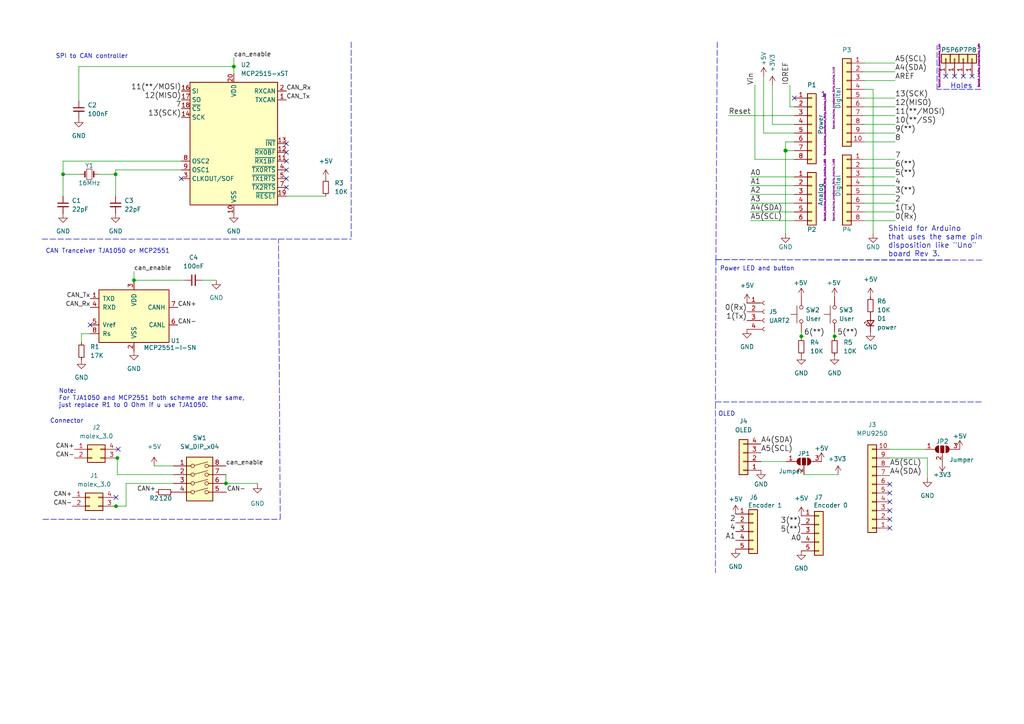
<source format=kicad_sch>
(kicad_sch (version 20211123) (generator eeschema)

  (uuid 64596535-7df4-4a11-be4d-42cdfa896c10)

  (paper "A4")

  (lib_symbols
    (symbol "Connector:Conn_01x04_Female" (pin_names (offset 1.016) hide) (in_bom yes) (on_board yes)
      (property "Reference" "J" (id 0) (at 0 5.08 0)
        (effects (font (size 1.27 1.27)))
      )
      (property "Value" "Conn_01x04_Female" (id 1) (at 0 -7.62 0)
        (effects (font (size 1.27 1.27)))
      )
      (property "Footprint" "" (id 2) (at 0 0 0)
        (effects (font (size 1.27 1.27)) hide)
      )
      (property "Datasheet" "~" (id 3) (at 0 0 0)
        (effects (font (size 1.27 1.27)) hide)
      )
      (property "ki_keywords" "connector" (id 4) (at 0 0 0)
        (effects (font (size 1.27 1.27)) hide)
      )
      (property "ki_description" "Generic connector, single row, 01x04, script generated (kicad-library-utils/schlib/autogen/connector/)" (id 5) (at 0 0 0)
        (effects (font (size 1.27 1.27)) hide)
      )
      (property "ki_fp_filters" "Connector*:*_1x??_*" (id 6) (at 0 0 0)
        (effects (font (size 1.27 1.27)) hide)
      )
      (symbol "Conn_01x04_Female_1_1"
        (arc (start 0 -4.572) (mid -0.508 -5.08) (end 0 -5.588)
          (stroke (width 0.1524) (type default) (color 0 0 0 0))
          (fill (type none))
        )
        (arc (start 0 -2.032) (mid -0.508 -2.54) (end 0 -3.048)
          (stroke (width 0.1524) (type default) (color 0 0 0 0))
          (fill (type none))
        )
        (polyline
          (pts
            (xy -1.27 -5.08)
            (xy -0.508 -5.08)
          )
          (stroke (width 0.1524) (type default) (color 0 0 0 0))
          (fill (type none))
        )
        (polyline
          (pts
            (xy -1.27 -2.54)
            (xy -0.508 -2.54)
          )
          (stroke (width 0.1524) (type default) (color 0 0 0 0))
          (fill (type none))
        )
        (polyline
          (pts
            (xy -1.27 0)
            (xy -0.508 0)
          )
          (stroke (width 0.1524) (type default) (color 0 0 0 0))
          (fill (type none))
        )
        (polyline
          (pts
            (xy -1.27 2.54)
            (xy -0.508 2.54)
          )
          (stroke (width 0.1524) (type default) (color 0 0 0 0))
          (fill (type none))
        )
        (arc (start 0 0.508) (mid -0.508 0) (end 0 -0.508)
          (stroke (width 0.1524) (type default) (color 0 0 0 0))
          (fill (type none))
        )
        (arc (start 0 3.048) (mid -0.508 2.54) (end 0 2.032)
          (stroke (width 0.1524) (type default) (color 0 0 0 0))
          (fill (type none))
        )
        (pin passive line (at -5.08 2.54 0) (length 3.81)
          (name "Pin_1" (effects (font (size 1.27 1.27))))
          (number "1" (effects (font (size 1.27 1.27))))
        )
        (pin passive line (at -5.08 0 0) (length 3.81)
          (name "Pin_2" (effects (font (size 1.27 1.27))))
          (number "2" (effects (font (size 1.27 1.27))))
        )
        (pin passive line (at -5.08 -2.54 0) (length 3.81)
          (name "Pin_3" (effects (font (size 1.27 1.27))))
          (number "3" (effects (font (size 1.27 1.27))))
        )
        (pin passive line (at -5.08 -5.08 0) (length 3.81)
          (name "Pin_4" (effects (font (size 1.27 1.27))))
          (number "4" (effects (font (size 1.27 1.27))))
        )
      )
    )
    (symbol "Connector_Generic:Conn_01x01" (pin_names (offset 1.016) hide) (in_bom yes) (on_board yes)
      (property "Reference" "J" (id 0) (at 0 2.54 0)
        (effects (font (size 1.27 1.27)))
      )
      (property "Value" "Conn_01x01" (id 1) (at 0 -2.54 0)
        (effects (font (size 1.27 1.27)))
      )
      (property "Footprint" "" (id 2) (at 0 0 0)
        (effects (font (size 1.27 1.27)) hide)
      )
      (property "Datasheet" "~" (id 3) (at 0 0 0)
        (effects (font (size 1.27 1.27)) hide)
      )
      (property "ki_keywords" "connector" (id 4) (at 0 0 0)
        (effects (font (size 1.27 1.27)) hide)
      )
      (property "ki_description" "Generic connector, single row, 01x01, script generated (kicad-library-utils/schlib/autogen/connector/)" (id 5) (at 0 0 0)
        (effects (font (size 1.27 1.27)) hide)
      )
      (property "ki_fp_filters" "Connector*:*_1x??_*" (id 6) (at 0 0 0)
        (effects (font (size 1.27 1.27)) hide)
      )
      (symbol "Conn_01x01_1_1"
        (rectangle (start -1.27 0.127) (end 0 -0.127)
          (stroke (width 0.1524) (type default) (color 0 0 0 0))
          (fill (type none))
        )
        (rectangle (start -1.27 1.27) (end 1.27 -1.27)
          (stroke (width 0.254) (type default) (color 0 0 0 0))
          (fill (type background))
        )
        (pin passive line (at -5.08 0 0) (length 3.81)
          (name "Pin_1" (effects (font (size 1.27 1.27))))
          (number "1" (effects (font (size 1.27 1.27))))
        )
      )
    )
    (symbol "Connector_Generic:Conn_01x04" (pin_names (offset 1.016) hide) (in_bom yes) (on_board yes)
      (property "Reference" "J" (id 0) (at 0 5.08 0)
        (effects (font (size 1.27 1.27)))
      )
      (property "Value" "Conn_01x04" (id 1) (at 0 -7.62 0)
        (effects (font (size 1.27 1.27)))
      )
      (property "Footprint" "" (id 2) (at 0 0 0)
        (effects (font (size 1.27 1.27)) hide)
      )
      (property "Datasheet" "~" (id 3) (at 0 0 0)
        (effects (font (size 1.27 1.27)) hide)
      )
      (property "ki_keywords" "connector" (id 4) (at 0 0 0)
        (effects (font (size 1.27 1.27)) hide)
      )
      (property "ki_description" "Generic connector, single row, 01x04, script generated (kicad-library-utils/schlib/autogen/connector/)" (id 5) (at 0 0 0)
        (effects (font (size 1.27 1.27)) hide)
      )
      (property "ki_fp_filters" "Connector*:*_1x??_*" (id 6) (at 0 0 0)
        (effects (font (size 1.27 1.27)) hide)
      )
      (symbol "Conn_01x04_1_1"
        (rectangle (start -1.27 -4.953) (end 0 -5.207)
          (stroke (width 0.1524) (type default) (color 0 0 0 0))
          (fill (type none))
        )
        (rectangle (start -1.27 -2.413) (end 0 -2.667)
          (stroke (width 0.1524) (type default) (color 0 0 0 0))
          (fill (type none))
        )
        (rectangle (start -1.27 0.127) (end 0 -0.127)
          (stroke (width 0.1524) (type default) (color 0 0 0 0))
          (fill (type none))
        )
        (rectangle (start -1.27 2.667) (end 0 2.413)
          (stroke (width 0.1524) (type default) (color 0 0 0 0))
          (fill (type none))
        )
        (rectangle (start -1.27 3.81) (end 1.27 -6.35)
          (stroke (width 0.254) (type default) (color 0 0 0 0))
          (fill (type background))
        )
        (pin passive line (at -5.08 2.54 0) (length 3.81)
          (name "Pin_1" (effects (font (size 1.27 1.27))))
          (number "1" (effects (font (size 1.27 1.27))))
        )
        (pin passive line (at -5.08 0 0) (length 3.81)
          (name "Pin_2" (effects (font (size 1.27 1.27))))
          (number "2" (effects (font (size 1.27 1.27))))
        )
        (pin passive line (at -5.08 -2.54 0) (length 3.81)
          (name "Pin_3" (effects (font (size 1.27 1.27))))
          (number "3" (effects (font (size 1.27 1.27))))
        )
        (pin passive line (at -5.08 -5.08 0) (length 3.81)
          (name "Pin_4" (effects (font (size 1.27 1.27))))
          (number "4" (effects (font (size 1.27 1.27))))
        )
      )
    )
    (symbol "Connector_Generic:Conn_01x05" (pin_names (offset 1.016) hide) (in_bom yes) (on_board yes)
      (property "Reference" "J" (id 0) (at 0 7.62 0)
        (effects (font (size 1.27 1.27)))
      )
      (property "Value" "Conn_01x05" (id 1) (at 0 -7.62 0)
        (effects (font (size 1.27 1.27)))
      )
      (property "Footprint" "" (id 2) (at 0 0 0)
        (effects (font (size 1.27 1.27)) hide)
      )
      (property "Datasheet" "~" (id 3) (at 0 0 0)
        (effects (font (size 1.27 1.27)) hide)
      )
      (property "ki_keywords" "connector" (id 4) (at 0 0 0)
        (effects (font (size 1.27 1.27)) hide)
      )
      (property "ki_description" "Generic connector, single row, 01x05, script generated (kicad-library-utils/schlib/autogen/connector/)" (id 5) (at 0 0 0)
        (effects (font (size 1.27 1.27)) hide)
      )
      (property "ki_fp_filters" "Connector*:*_1x??_*" (id 6) (at 0 0 0)
        (effects (font (size 1.27 1.27)) hide)
      )
      (symbol "Conn_01x05_1_1"
        (rectangle (start -1.27 -4.953) (end 0 -5.207)
          (stroke (width 0.1524) (type default) (color 0 0 0 0))
          (fill (type none))
        )
        (rectangle (start -1.27 -2.413) (end 0 -2.667)
          (stroke (width 0.1524) (type default) (color 0 0 0 0))
          (fill (type none))
        )
        (rectangle (start -1.27 0.127) (end 0 -0.127)
          (stroke (width 0.1524) (type default) (color 0 0 0 0))
          (fill (type none))
        )
        (rectangle (start -1.27 2.667) (end 0 2.413)
          (stroke (width 0.1524) (type default) (color 0 0 0 0))
          (fill (type none))
        )
        (rectangle (start -1.27 5.207) (end 0 4.953)
          (stroke (width 0.1524) (type default) (color 0 0 0 0))
          (fill (type none))
        )
        (rectangle (start -1.27 6.35) (end 1.27 -6.35)
          (stroke (width 0.254) (type default) (color 0 0 0 0))
          (fill (type background))
        )
        (pin passive line (at -5.08 5.08 0) (length 3.81)
          (name "Pin_1" (effects (font (size 1.27 1.27))))
          (number "1" (effects (font (size 1.27 1.27))))
        )
        (pin passive line (at -5.08 2.54 0) (length 3.81)
          (name "Pin_2" (effects (font (size 1.27 1.27))))
          (number "2" (effects (font (size 1.27 1.27))))
        )
        (pin passive line (at -5.08 0 0) (length 3.81)
          (name "Pin_3" (effects (font (size 1.27 1.27))))
          (number "3" (effects (font (size 1.27 1.27))))
        )
        (pin passive line (at -5.08 -2.54 0) (length 3.81)
          (name "Pin_4" (effects (font (size 1.27 1.27))))
          (number "4" (effects (font (size 1.27 1.27))))
        )
        (pin passive line (at -5.08 -5.08 0) (length 3.81)
          (name "Pin_5" (effects (font (size 1.27 1.27))))
          (number "5" (effects (font (size 1.27 1.27))))
        )
      )
    )
    (symbol "Connector_Generic:Conn_01x06" (pin_names (offset 1.016) hide) (in_bom yes) (on_board yes)
      (property "Reference" "J" (id 0) (at 0 7.62 0)
        (effects (font (size 1.27 1.27)))
      )
      (property "Value" "Conn_01x06" (id 1) (at 0 -10.16 0)
        (effects (font (size 1.27 1.27)))
      )
      (property "Footprint" "" (id 2) (at 0 0 0)
        (effects (font (size 1.27 1.27)) hide)
      )
      (property "Datasheet" "~" (id 3) (at 0 0 0)
        (effects (font (size 1.27 1.27)) hide)
      )
      (property "ki_keywords" "connector" (id 4) (at 0 0 0)
        (effects (font (size 1.27 1.27)) hide)
      )
      (property "ki_description" "Generic connector, single row, 01x06, script generated (kicad-library-utils/schlib/autogen/connector/)" (id 5) (at 0 0 0)
        (effects (font (size 1.27 1.27)) hide)
      )
      (property "ki_fp_filters" "Connector*:*_1x??_*" (id 6) (at 0 0 0)
        (effects (font (size 1.27 1.27)) hide)
      )
      (symbol "Conn_01x06_1_1"
        (rectangle (start -1.27 -7.493) (end 0 -7.747)
          (stroke (width 0.1524) (type default) (color 0 0 0 0))
          (fill (type none))
        )
        (rectangle (start -1.27 -4.953) (end 0 -5.207)
          (stroke (width 0.1524) (type default) (color 0 0 0 0))
          (fill (type none))
        )
        (rectangle (start -1.27 -2.413) (end 0 -2.667)
          (stroke (width 0.1524) (type default) (color 0 0 0 0))
          (fill (type none))
        )
        (rectangle (start -1.27 0.127) (end 0 -0.127)
          (stroke (width 0.1524) (type default) (color 0 0 0 0))
          (fill (type none))
        )
        (rectangle (start -1.27 2.667) (end 0 2.413)
          (stroke (width 0.1524) (type default) (color 0 0 0 0))
          (fill (type none))
        )
        (rectangle (start -1.27 5.207) (end 0 4.953)
          (stroke (width 0.1524) (type default) (color 0 0 0 0))
          (fill (type none))
        )
        (rectangle (start -1.27 6.35) (end 1.27 -8.89)
          (stroke (width 0.254) (type default) (color 0 0 0 0))
          (fill (type background))
        )
        (pin passive line (at -5.08 5.08 0) (length 3.81)
          (name "Pin_1" (effects (font (size 1.27 1.27))))
          (number "1" (effects (font (size 1.27 1.27))))
        )
        (pin passive line (at -5.08 2.54 0) (length 3.81)
          (name "Pin_2" (effects (font (size 1.27 1.27))))
          (number "2" (effects (font (size 1.27 1.27))))
        )
        (pin passive line (at -5.08 0 0) (length 3.81)
          (name "Pin_3" (effects (font (size 1.27 1.27))))
          (number "3" (effects (font (size 1.27 1.27))))
        )
        (pin passive line (at -5.08 -2.54 0) (length 3.81)
          (name "Pin_4" (effects (font (size 1.27 1.27))))
          (number "4" (effects (font (size 1.27 1.27))))
        )
        (pin passive line (at -5.08 -5.08 0) (length 3.81)
          (name "Pin_5" (effects (font (size 1.27 1.27))))
          (number "5" (effects (font (size 1.27 1.27))))
        )
        (pin passive line (at -5.08 -7.62 0) (length 3.81)
          (name "Pin_6" (effects (font (size 1.27 1.27))))
          (number "6" (effects (font (size 1.27 1.27))))
        )
      )
    )
    (symbol "Connector_Generic:Conn_01x08" (pin_names (offset 1.016) hide) (in_bom yes) (on_board yes)
      (property "Reference" "J" (id 0) (at 0 10.16 0)
        (effects (font (size 1.27 1.27)))
      )
      (property "Value" "Conn_01x08" (id 1) (at 0 -12.7 0)
        (effects (font (size 1.27 1.27)))
      )
      (property "Footprint" "" (id 2) (at 0 0 0)
        (effects (font (size 1.27 1.27)) hide)
      )
      (property "Datasheet" "~" (id 3) (at 0 0 0)
        (effects (font (size 1.27 1.27)) hide)
      )
      (property "ki_keywords" "connector" (id 4) (at 0 0 0)
        (effects (font (size 1.27 1.27)) hide)
      )
      (property "ki_description" "Generic connector, single row, 01x08, script generated (kicad-library-utils/schlib/autogen/connector/)" (id 5) (at 0 0 0)
        (effects (font (size 1.27 1.27)) hide)
      )
      (property "ki_fp_filters" "Connector*:*_1x??_*" (id 6) (at 0 0 0)
        (effects (font (size 1.27 1.27)) hide)
      )
      (symbol "Conn_01x08_1_1"
        (rectangle (start -1.27 -10.033) (end 0 -10.287)
          (stroke (width 0.1524) (type default) (color 0 0 0 0))
          (fill (type none))
        )
        (rectangle (start -1.27 -7.493) (end 0 -7.747)
          (stroke (width 0.1524) (type default) (color 0 0 0 0))
          (fill (type none))
        )
        (rectangle (start -1.27 -4.953) (end 0 -5.207)
          (stroke (width 0.1524) (type default) (color 0 0 0 0))
          (fill (type none))
        )
        (rectangle (start -1.27 -2.413) (end 0 -2.667)
          (stroke (width 0.1524) (type default) (color 0 0 0 0))
          (fill (type none))
        )
        (rectangle (start -1.27 0.127) (end 0 -0.127)
          (stroke (width 0.1524) (type default) (color 0 0 0 0))
          (fill (type none))
        )
        (rectangle (start -1.27 2.667) (end 0 2.413)
          (stroke (width 0.1524) (type default) (color 0 0 0 0))
          (fill (type none))
        )
        (rectangle (start -1.27 5.207) (end 0 4.953)
          (stroke (width 0.1524) (type default) (color 0 0 0 0))
          (fill (type none))
        )
        (rectangle (start -1.27 7.747) (end 0 7.493)
          (stroke (width 0.1524) (type default) (color 0 0 0 0))
          (fill (type none))
        )
        (rectangle (start -1.27 8.89) (end 1.27 -11.43)
          (stroke (width 0.254) (type default) (color 0 0 0 0))
          (fill (type background))
        )
        (pin passive line (at -5.08 7.62 0) (length 3.81)
          (name "Pin_1" (effects (font (size 1.27 1.27))))
          (number "1" (effects (font (size 1.27 1.27))))
        )
        (pin passive line (at -5.08 5.08 0) (length 3.81)
          (name "Pin_2" (effects (font (size 1.27 1.27))))
          (number "2" (effects (font (size 1.27 1.27))))
        )
        (pin passive line (at -5.08 2.54 0) (length 3.81)
          (name "Pin_3" (effects (font (size 1.27 1.27))))
          (number "3" (effects (font (size 1.27 1.27))))
        )
        (pin passive line (at -5.08 0 0) (length 3.81)
          (name "Pin_4" (effects (font (size 1.27 1.27))))
          (number "4" (effects (font (size 1.27 1.27))))
        )
        (pin passive line (at -5.08 -2.54 0) (length 3.81)
          (name "Pin_5" (effects (font (size 1.27 1.27))))
          (number "5" (effects (font (size 1.27 1.27))))
        )
        (pin passive line (at -5.08 -5.08 0) (length 3.81)
          (name "Pin_6" (effects (font (size 1.27 1.27))))
          (number "6" (effects (font (size 1.27 1.27))))
        )
        (pin passive line (at -5.08 -7.62 0) (length 3.81)
          (name "Pin_7" (effects (font (size 1.27 1.27))))
          (number "7" (effects (font (size 1.27 1.27))))
        )
        (pin passive line (at -5.08 -10.16 0) (length 3.81)
          (name "Pin_8" (effects (font (size 1.27 1.27))))
          (number "8" (effects (font (size 1.27 1.27))))
        )
      )
    )
    (symbol "Connector_Generic:Conn_01x10" (pin_names (offset 1.016) hide) (in_bom yes) (on_board yes)
      (property "Reference" "J" (id 0) (at 0 12.7 0)
        (effects (font (size 1.27 1.27)))
      )
      (property "Value" "Conn_01x10" (id 1) (at 0 -15.24 0)
        (effects (font (size 1.27 1.27)))
      )
      (property "Footprint" "" (id 2) (at 0 0 0)
        (effects (font (size 1.27 1.27)) hide)
      )
      (property "Datasheet" "~" (id 3) (at 0 0 0)
        (effects (font (size 1.27 1.27)) hide)
      )
      (property "ki_keywords" "connector" (id 4) (at 0 0 0)
        (effects (font (size 1.27 1.27)) hide)
      )
      (property "ki_description" "Generic connector, single row, 01x10, script generated (kicad-library-utils/schlib/autogen/connector/)" (id 5) (at 0 0 0)
        (effects (font (size 1.27 1.27)) hide)
      )
      (property "ki_fp_filters" "Connector*:*_1x??_*" (id 6) (at 0 0 0)
        (effects (font (size 1.27 1.27)) hide)
      )
      (symbol "Conn_01x10_1_1"
        (rectangle (start -1.27 -12.573) (end 0 -12.827)
          (stroke (width 0.1524) (type default) (color 0 0 0 0))
          (fill (type none))
        )
        (rectangle (start -1.27 -10.033) (end 0 -10.287)
          (stroke (width 0.1524) (type default) (color 0 0 0 0))
          (fill (type none))
        )
        (rectangle (start -1.27 -7.493) (end 0 -7.747)
          (stroke (width 0.1524) (type default) (color 0 0 0 0))
          (fill (type none))
        )
        (rectangle (start -1.27 -4.953) (end 0 -5.207)
          (stroke (width 0.1524) (type default) (color 0 0 0 0))
          (fill (type none))
        )
        (rectangle (start -1.27 -2.413) (end 0 -2.667)
          (stroke (width 0.1524) (type default) (color 0 0 0 0))
          (fill (type none))
        )
        (rectangle (start -1.27 0.127) (end 0 -0.127)
          (stroke (width 0.1524) (type default) (color 0 0 0 0))
          (fill (type none))
        )
        (rectangle (start -1.27 2.667) (end 0 2.413)
          (stroke (width 0.1524) (type default) (color 0 0 0 0))
          (fill (type none))
        )
        (rectangle (start -1.27 5.207) (end 0 4.953)
          (stroke (width 0.1524) (type default) (color 0 0 0 0))
          (fill (type none))
        )
        (rectangle (start -1.27 7.747) (end 0 7.493)
          (stroke (width 0.1524) (type default) (color 0 0 0 0))
          (fill (type none))
        )
        (rectangle (start -1.27 10.287) (end 0 10.033)
          (stroke (width 0.1524) (type default) (color 0 0 0 0))
          (fill (type none))
        )
        (rectangle (start -1.27 11.43) (end 1.27 -13.97)
          (stroke (width 0.254) (type default) (color 0 0 0 0))
          (fill (type background))
        )
        (pin passive line (at -5.08 10.16 0) (length 3.81)
          (name "Pin_1" (effects (font (size 1.27 1.27))))
          (number "1" (effects (font (size 1.27 1.27))))
        )
        (pin passive line (at -5.08 -12.7 0) (length 3.81)
          (name "Pin_10" (effects (font (size 1.27 1.27))))
          (number "10" (effects (font (size 1.27 1.27))))
        )
        (pin passive line (at -5.08 7.62 0) (length 3.81)
          (name "Pin_2" (effects (font (size 1.27 1.27))))
          (number "2" (effects (font (size 1.27 1.27))))
        )
        (pin passive line (at -5.08 5.08 0) (length 3.81)
          (name "Pin_3" (effects (font (size 1.27 1.27))))
          (number "3" (effects (font (size 1.27 1.27))))
        )
        (pin passive line (at -5.08 2.54 0) (length 3.81)
          (name "Pin_4" (effects (font (size 1.27 1.27))))
          (number "4" (effects (font (size 1.27 1.27))))
        )
        (pin passive line (at -5.08 0 0) (length 3.81)
          (name "Pin_5" (effects (font (size 1.27 1.27))))
          (number "5" (effects (font (size 1.27 1.27))))
        )
        (pin passive line (at -5.08 -2.54 0) (length 3.81)
          (name "Pin_6" (effects (font (size 1.27 1.27))))
          (number "6" (effects (font (size 1.27 1.27))))
        )
        (pin passive line (at -5.08 -5.08 0) (length 3.81)
          (name "Pin_7" (effects (font (size 1.27 1.27))))
          (number "7" (effects (font (size 1.27 1.27))))
        )
        (pin passive line (at -5.08 -7.62 0) (length 3.81)
          (name "Pin_8" (effects (font (size 1.27 1.27))))
          (number "8" (effects (font (size 1.27 1.27))))
        )
        (pin passive line (at -5.08 -10.16 0) (length 3.81)
          (name "Pin_9" (effects (font (size 1.27 1.27))))
          (number "9" (effects (font (size 1.27 1.27))))
        )
      )
    )
    (symbol "Connector_Generic:Conn_02x02_Counter_Clockwise" (pin_names (offset 1.016) hide) (in_bom yes) (on_board yes)
      (property "Reference" "J" (id 0) (at 1.27 2.54 0)
        (effects (font (size 1.27 1.27)))
      )
      (property "Value" "Conn_02x02_Counter_Clockwise" (id 1) (at 1.27 -5.08 0)
        (effects (font (size 1.27 1.27)))
      )
      (property "Footprint" "" (id 2) (at 0 0 0)
        (effects (font (size 1.27 1.27)) hide)
      )
      (property "Datasheet" "~" (id 3) (at 0 0 0)
        (effects (font (size 1.27 1.27)) hide)
      )
      (property "ki_keywords" "connector" (id 4) (at 0 0 0)
        (effects (font (size 1.27 1.27)) hide)
      )
      (property "ki_description" "Generic connector, double row, 02x02, counter clockwise pin numbering scheme (similar to DIP packge numbering), script generated (kicad-library-utils/schlib/autogen/connector/)" (id 5) (at 0 0 0)
        (effects (font (size 1.27 1.27)) hide)
      )
      (property "ki_fp_filters" "Connector*:*_2x??_*" (id 6) (at 0 0 0)
        (effects (font (size 1.27 1.27)) hide)
      )
      (symbol "Conn_02x02_Counter_Clockwise_1_1"
        (rectangle (start -1.27 -2.413) (end 0 -2.667)
          (stroke (width 0.1524) (type default) (color 0 0 0 0))
          (fill (type none))
        )
        (rectangle (start -1.27 0.127) (end 0 -0.127)
          (stroke (width 0.1524) (type default) (color 0 0 0 0))
          (fill (type none))
        )
        (rectangle (start -1.27 1.27) (end 3.81 -3.81)
          (stroke (width 0.254) (type default) (color 0 0 0 0))
          (fill (type background))
        )
        (rectangle (start 3.81 -2.413) (end 2.54 -2.667)
          (stroke (width 0.1524) (type default) (color 0 0 0 0))
          (fill (type none))
        )
        (rectangle (start 3.81 0.127) (end 2.54 -0.127)
          (stroke (width 0.1524) (type default) (color 0 0 0 0))
          (fill (type none))
        )
        (pin passive line (at -5.08 0 0) (length 3.81)
          (name "Pin_1" (effects (font (size 1.27 1.27))))
          (number "1" (effects (font (size 1.27 1.27))))
        )
        (pin passive line (at -5.08 -2.54 0) (length 3.81)
          (name "Pin_2" (effects (font (size 1.27 1.27))))
          (number "2" (effects (font (size 1.27 1.27))))
        )
        (pin passive line (at 7.62 -2.54 180) (length 3.81)
          (name "Pin_3" (effects (font (size 1.27 1.27))))
          (number "3" (effects (font (size 1.27 1.27))))
        )
        (pin passive line (at 7.62 0 180) (length 3.81)
          (name "Pin_4" (effects (font (size 1.27 1.27))))
          (number "4" (effects (font (size 1.27 1.27))))
        )
      )
    )
    (symbol "Device:C_Small" (pin_numbers hide) (pin_names (offset 0.254) hide) (in_bom yes) (on_board yes)
      (property "Reference" "C" (id 0) (at 0.254 1.778 0)
        (effects (font (size 1.27 1.27)) (justify left))
      )
      (property "Value" "C_Small" (id 1) (at 0.254 -2.032 0)
        (effects (font (size 1.27 1.27)) (justify left))
      )
      (property "Footprint" "" (id 2) (at 0 0 0)
        (effects (font (size 1.27 1.27)) hide)
      )
      (property "Datasheet" "~" (id 3) (at 0 0 0)
        (effects (font (size 1.27 1.27)) hide)
      )
      (property "ki_keywords" "capacitor cap" (id 4) (at 0 0 0)
        (effects (font (size 1.27 1.27)) hide)
      )
      (property "ki_description" "Unpolarized capacitor, small symbol" (id 5) (at 0 0 0)
        (effects (font (size 1.27 1.27)) hide)
      )
      (property "ki_fp_filters" "C_*" (id 6) (at 0 0 0)
        (effects (font (size 1.27 1.27)) hide)
      )
      (symbol "C_Small_0_1"
        (polyline
          (pts
            (xy -1.524 -0.508)
            (xy 1.524 -0.508)
          )
          (stroke (width 0.3302) (type default) (color 0 0 0 0))
          (fill (type none))
        )
        (polyline
          (pts
            (xy -1.524 0.508)
            (xy 1.524 0.508)
          )
          (stroke (width 0.3048) (type default) (color 0 0 0 0))
          (fill (type none))
        )
      )
      (symbol "C_Small_1_1"
        (pin passive line (at 0 2.54 270) (length 2.032)
          (name "~" (effects (font (size 1.27 1.27))))
          (number "1" (effects (font (size 1.27 1.27))))
        )
        (pin passive line (at 0 -2.54 90) (length 2.032)
          (name "~" (effects (font (size 1.27 1.27))))
          (number "2" (effects (font (size 1.27 1.27))))
        )
      )
    )
    (symbol "Device:Crystal_Small" (pin_numbers hide) (pin_names (offset 1.016) hide) (in_bom yes) (on_board yes)
      (property "Reference" "Y" (id 0) (at 0 2.54 0)
        (effects (font (size 1.27 1.27)))
      )
      (property "Value" "Crystal_Small" (id 1) (at 0 -2.54 0)
        (effects (font (size 1.27 1.27)))
      )
      (property "Footprint" "" (id 2) (at 0 0 0)
        (effects (font (size 1.27 1.27)) hide)
      )
      (property "Datasheet" "~" (id 3) (at 0 0 0)
        (effects (font (size 1.27 1.27)) hide)
      )
      (property "ki_keywords" "quartz ceramic resonator oscillator" (id 4) (at 0 0 0)
        (effects (font (size 1.27 1.27)) hide)
      )
      (property "ki_description" "Two pin crystal, small symbol" (id 5) (at 0 0 0)
        (effects (font (size 1.27 1.27)) hide)
      )
      (property "ki_fp_filters" "Crystal*" (id 6) (at 0 0 0)
        (effects (font (size 1.27 1.27)) hide)
      )
      (symbol "Crystal_Small_0_1"
        (rectangle (start -0.762 -1.524) (end 0.762 1.524)
          (stroke (width 0) (type default) (color 0 0 0 0))
          (fill (type none))
        )
        (polyline
          (pts
            (xy -1.27 -0.762)
            (xy -1.27 0.762)
          )
          (stroke (width 0.381) (type default) (color 0 0 0 0))
          (fill (type none))
        )
        (polyline
          (pts
            (xy 1.27 -0.762)
            (xy 1.27 0.762)
          )
          (stroke (width 0.381) (type default) (color 0 0 0 0))
          (fill (type none))
        )
      )
      (symbol "Crystal_Small_1_1"
        (pin passive line (at -2.54 0 0) (length 1.27)
          (name "1" (effects (font (size 1.27 1.27))))
          (number "1" (effects (font (size 1.27 1.27))))
        )
        (pin passive line (at 2.54 0 180) (length 1.27)
          (name "2" (effects (font (size 1.27 1.27))))
          (number "2" (effects (font (size 1.27 1.27))))
        )
      )
    )
    (symbol "Device:LED_Small" (pin_numbers hide) (pin_names (offset 0.254) hide) (in_bom yes) (on_board yes)
      (property "Reference" "D" (id 0) (at -1.27 3.175 0)
        (effects (font (size 1.27 1.27)) (justify left))
      )
      (property "Value" "LED_Small" (id 1) (at -4.445 -2.54 0)
        (effects (font (size 1.27 1.27)) (justify left))
      )
      (property "Footprint" "" (id 2) (at 0 0 90)
        (effects (font (size 1.27 1.27)) hide)
      )
      (property "Datasheet" "~" (id 3) (at 0 0 90)
        (effects (font (size 1.27 1.27)) hide)
      )
      (property "ki_keywords" "LED diode light-emitting-diode" (id 4) (at 0 0 0)
        (effects (font (size 1.27 1.27)) hide)
      )
      (property "ki_description" "Light emitting diode, small symbol" (id 5) (at 0 0 0)
        (effects (font (size 1.27 1.27)) hide)
      )
      (property "ki_fp_filters" "LED* LED_SMD:* LED_THT:*" (id 6) (at 0 0 0)
        (effects (font (size 1.27 1.27)) hide)
      )
      (symbol "LED_Small_0_1"
        (polyline
          (pts
            (xy -0.762 -1.016)
            (xy -0.762 1.016)
          )
          (stroke (width 0.254) (type default) (color 0 0 0 0))
          (fill (type none))
        )
        (polyline
          (pts
            (xy 1.016 0)
            (xy -0.762 0)
          )
          (stroke (width 0) (type default) (color 0 0 0 0))
          (fill (type none))
        )
        (polyline
          (pts
            (xy 0.762 -1.016)
            (xy -0.762 0)
            (xy 0.762 1.016)
            (xy 0.762 -1.016)
          )
          (stroke (width 0.254) (type default) (color 0 0 0 0))
          (fill (type none))
        )
        (polyline
          (pts
            (xy 0 0.762)
            (xy -0.508 1.27)
            (xy -0.254 1.27)
            (xy -0.508 1.27)
            (xy -0.508 1.016)
          )
          (stroke (width 0) (type default) (color 0 0 0 0))
          (fill (type none))
        )
        (polyline
          (pts
            (xy 0.508 1.27)
            (xy 0 1.778)
            (xy 0.254 1.778)
            (xy 0 1.778)
            (xy 0 1.524)
          )
          (stroke (width 0) (type default) (color 0 0 0 0))
          (fill (type none))
        )
      )
      (symbol "LED_Small_1_1"
        (pin passive line (at -2.54 0 0) (length 1.778)
          (name "K" (effects (font (size 1.27 1.27))))
          (number "1" (effects (font (size 1.27 1.27))))
        )
        (pin passive line (at 2.54 0 180) (length 1.778)
          (name "A" (effects (font (size 1.27 1.27))))
          (number "2" (effects (font (size 1.27 1.27))))
        )
      )
    )
    (symbol "Device:R_Small" (pin_numbers hide) (pin_names (offset 0.254) hide) (in_bom yes) (on_board yes)
      (property "Reference" "R" (id 0) (at 0.762 0.508 0)
        (effects (font (size 1.27 1.27)) (justify left))
      )
      (property "Value" "R_Small" (id 1) (at 0.762 -1.016 0)
        (effects (font (size 1.27 1.27)) (justify left))
      )
      (property "Footprint" "" (id 2) (at 0 0 0)
        (effects (font (size 1.27 1.27)) hide)
      )
      (property "Datasheet" "~" (id 3) (at 0 0 0)
        (effects (font (size 1.27 1.27)) hide)
      )
      (property "ki_keywords" "R resistor" (id 4) (at 0 0 0)
        (effects (font (size 1.27 1.27)) hide)
      )
      (property "ki_description" "Resistor, small symbol" (id 5) (at 0 0 0)
        (effects (font (size 1.27 1.27)) hide)
      )
      (property "ki_fp_filters" "R_*" (id 6) (at 0 0 0)
        (effects (font (size 1.27 1.27)) hide)
      )
      (symbol "R_Small_0_1"
        (rectangle (start -0.762 1.778) (end 0.762 -1.778)
          (stroke (width 0.2032) (type default) (color 0 0 0 0))
          (fill (type none))
        )
      )
      (symbol "R_Small_1_1"
        (pin passive line (at 0 2.54 270) (length 0.762)
          (name "~" (effects (font (size 1.27 1.27))))
          (number "1" (effects (font (size 1.27 1.27))))
        )
        (pin passive line (at 0 -2.54 90) (length 0.762)
          (name "~" (effects (font (size 1.27 1.27))))
          (number "2" (effects (font (size 1.27 1.27))))
        )
      )
    )
    (symbol "Interface_CAN_LIN:MCP2515-xST" (in_bom yes) (on_board yes)
      (property "Reference" "U" (id 0) (at -10.16 19.685 0)
        (effects (font (size 1.27 1.27)) (justify right))
      )
      (property "Value" "MCP2515-xST" (id 1) (at 19.05 20.32 0)
        (effects (font (size 1.27 1.27)) (justify right top))
      )
      (property "Footprint" "Package_SO:TSSOP-20_4.4x6.5mm_P0.65mm" (id 2) (at 0 -22.86 0)
        (effects (font (size 1.27 1.27) italic) hide)
      )
      (property "Datasheet" "http://ww1.microchip.com/downloads/en/DeviceDoc/21801e.pdf" (id 3) (at 2.54 -20.32 0)
        (effects (font (size 1.27 1.27)) hide)
      )
      (property "ki_keywords" "CAN Controller SPI" (id 4) (at 0 0 0)
        (effects (font (size 1.27 1.27)) hide)
      )
      (property "ki_description" "Stand-Alone CAN Controller with SPI Interface, TSSOP-20" (id 5) (at 0 0 0)
        (effects (font (size 1.27 1.27)) hide)
      )
      (property "ki_fp_filters" "TSSOP*4.4x6.5mm*P0.65mm*" (id 6) (at 0 0 0)
        (effects (font (size 1.27 1.27)) hide)
      )
      (symbol "MCP2515-xST_0_1"
        (rectangle (start -12.7 17.78) (end 12.7 -17.78)
          (stroke (width 0.254) (type default) (color 0 0 0 0))
          (fill (type background))
        )
      )
      (symbol "MCP2515-xST_1_1"
        (pin output line (at 15.24 12.7 180) (length 2.54)
          (name "TXCAN" (effects (font (size 1.27 1.27))))
          (number "1" (effects (font (size 1.27 1.27))))
        )
        (pin power_in line (at 0 -20.32 90) (length 2.54)
          (name "VSS" (effects (font (size 1.27 1.27))))
          (number "10" (effects (font (size 1.27 1.27))))
        )
        (pin output line (at 15.24 -5.08 180) (length 2.54)
          (name "~{RX1BF}" (effects (font (size 1.27 1.27))))
          (number "11" (effects (font (size 1.27 1.27))))
        )
        (pin output line (at 15.24 -2.54 180) (length 2.54)
          (name "~{RX0BF}" (effects (font (size 1.27 1.27))))
          (number "12" (effects (font (size 1.27 1.27))))
        )
        (pin output line (at 15.24 0 180) (length 2.54)
          (name "~{INT}" (effects (font (size 1.27 1.27))))
          (number "13" (effects (font (size 1.27 1.27))))
        )
        (pin input line (at -15.24 7.62 0) (length 2.54)
          (name "SCK" (effects (font (size 1.27 1.27))))
          (number "14" (effects (font (size 1.27 1.27))))
        )
        (pin no_connect line (at -12.7 -2.54 0) (length 2.54) hide
          (name "NC" (effects (font (size 1.27 1.27))))
          (number "15" (effects (font (size 1.27 1.27))))
        )
        (pin input line (at -15.24 15.24 0) (length 2.54)
          (name "SI" (effects (font (size 1.27 1.27))))
          (number "16" (effects (font (size 1.27 1.27))))
        )
        (pin output line (at -15.24 12.7 0) (length 2.54)
          (name "SO" (effects (font (size 1.27 1.27))))
          (number "17" (effects (font (size 1.27 1.27))))
        )
        (pin input line (at -15.24 10.16 0) (length 2.54)
          (name "~{CS}" (effects (font (size 1.27 1.27))))
          (number "18" (effects (font (size 1.27 1.27))))
        )
        (pin input line (at 15.24 -15.24 180) (length 2.54)
          (name "~{RESET}" (effects (font (size 1.27 1.27))))
          (number "19" (effects (font (size 1.27 1.27))))
        )
        (pin input line (at 15.24 15.24 180) (length 2.54)
          (name "RXCAN" (effects (font (size 1.27 1.27))))
          (number "2" (effects (font (size 1.27 1.27))))
        )
        (pin power_in line (at 0 20.32 270) (length 2.54)
          (name "VDD" (effects (font (size 1.27 1.27))))
          (number "20" (effects (font (size 1.27 1.27))))
        )
        (pin output line (at -15.24 -10.16 0) (length 2.54)
          (name "CLKOUT/SOF" (effects (font (size 1.27 1.27))))
          (number "3" (effects (font (size 1.27 1.27))))
        )
        (pin input line (at 15.24 -7.62 180) (length 2.54)
          (name "~{TX0RTS}" (effects (font (size 1.27 1.27))))
          (number "4" (effects (font (size 1.27 1.27))))
        )
        (pin input line (at 15.24 -10.16 180) (length 2.54)
          (name "~{TX1RTS}" (effects (font (size 1.27 1.27))))
          (number "5" (effects (font (size 1.27 1.27))))
        )
        (pin no_connect line (at -12.7 0 0) (length 2.54) hide
          (name "NC" (effects (font (size 1.27 1.27))))
          (number "6" (effects (font (size 1.27 1.27))))
        )
        (pin input line (at 15.24 -12.7 180) (length 2.54)
          (name "~{TX2RTS}" (effects (font (size 1.27 1.27))))
          (number "7" (effects (font (size 1.27 1.27))))
        )
        (pin output line (at -15.24 -5.08 0) (length 2.54)
          (name "OSC2" (effects (font (size 1.27 1.27))))
          (number "8" (effects (font (size 1.27 1.27))))
        )
        (pin input line (at -15.24 -7.62 0) (length 2.54)
          (name "OSC1" (effects (font (size 1.27 1.27))))
          (number "9" (effects (font (size 1.27 1.27))))
        )
      )
    )
    (symbol "Interface_CAN_LIN:MCP2551-I-SN" (pin_names (offset 1.016)) (in_bom yes) (on_board yes)
      (property "Reference" "U" (id 0) (at -10.16 8.89 0)
        (effects (font (size 1.27 1.27)) (justify left))
      )
      (property "Value" "MCP2551-I-SN" (id 1) (at 2.54 8.89 0)
        (effects (font (size 1.27 1.27)) (justify left))
      )
      (property "Footprint" "Package_SO:SOIC-8_3.9x4.9mm_P1.27mm" (id 2) (at 0 -12.7 0)
        (effects (font (size 1.27 1.27) italic) hide)
      )
      (property "Datasheet" "http://ww1.microchip.com/downloads/en/devicedoc/21667d.pdf" (id 3) (at 0 0 0)
        (effects (font (size 1.27 1.27)) hide)
      )
      (property "ki_keywords" "High-Speed CAN Transceiver" (id 4) (at 0 0 0)
        (effects (font (size 1.27 1.27)) hide)
      )
      (property "ki_description" "High-Speed CAN Transceiver, 1Mbps, 5V supply, SOIC-8" (id 5) (at 0 0 0)
        (effects (font (size 1.27 1.27)) hide)
      )
      (property "ki_fp_filters" "SOIC*3.9x4.9mm*P1.27mm*" (id 6) (at 0 0 0)
        (effects (font (size 1.27 1.27)) hide)
      )
      (symbol "MCP2551-I-SN_0_1"
        (rectangle (start -10.16 7.62) (end 10.16 -7.62)
          (stroke (width 0.254) (type default) (color 0 0 0 0))
          (fill (type background))
        )
      )
      (symbol "MCP2551-I-SN_1_1"
        (pin input line (at -12.7 5.08 0) (length 2.54)
          (name "TXD" (effects (font (size 1.27 1.27))))
          (number "1" (effects (font (size 1.27 1.27))))
        )
        (pin power_in line (at 0 -10.16 90) (length 2.54)
          (name "VSS" (effects (font (size 1.27 1.27))))
          (number "2" (effects (font (size 1.27 1.27))))
        )
        (pin power_in line (at 0 10.16 270) (length 2.54)
          (name "VDD" (effects (font (size 1.27 1.27))))
          (number "3" (effects (font (size 1.27 1.27))))
        )
        (pin output line (at -12.7 2.54 0) (length 2.54)
          (name "RXD" (effects (font (size 1.27 1.27))))
          (number "4" (effects (font (size 1.27 1.27))))
        )
        (pin power_out line (at -12.7 -2.54 0) (length 2.54)
          (name "Vref" (effects (font (size 1.27 1.27))))
          (number "5" (effects (font (size 1.27 1.27))))
        )
        (pin bidirectional line (at 12.7 -2.54 180) (length 2.54)
          (name "CANL" (effects (font (size 1.27 1.27))))
          (number "6" (effects (font (size 1.27 1.27))))
        )
        (pin bidirectional line (at 12.7 2.54 180) (length 2.54)
          (name "CANH" (effects (font (size 1.27 1.27))))
          (number "7" (effects (font (size 1.27 1.27))))
        )
        (pin input line (at -12.7 -5.08 0) (length 2.54)
          (name "Rs" (effects (font (size 1.27 1.27))))
          (number "8" (effects (font (size 1.27 1.27))))
        )
      )
    )
    (symbol "Jumper:SolderJumper_3_Open" (pin_names (offset 0) hide) (in_bom yes) (on_board yes)
      (property "Reference" "JP" (id 0) (at -2.54 -2.54 0)
        (effects (font (size 1.27 1.27)))
      )
      (property "Value" "SolderJumper_3_Open" (id 1) (at 0 2.794 0)
        (effects (font (size 1.27 1.27)))
      )
      (property "Footprint" "" (id 2) (at 0 0 0)
        (effects (font (size 1.27 1.27)) hide)
      )
      (property "Datasheet" "~" (id 3) (at 0 0 0)
        (effects (font (size 1.27 1.27)) hide)
      )
      (property "ki_keywords" "Solder Jumper SPDT" (id 4) (at 0 0 0)
        (effects (font (size 1.27 1.27)) hide)
      )
      (property "ki_description" "Solder Jumper, 3-pole, open" (id 5) (at 0 0 0)
        (effects (font (size 1.27 1.27)) hide)
      )
      (property "ki_fp_filters" "SolderJumper*Open*" (id 6) (at 0 0 0)
        (effects (font (size 1.27 1.27)) hide)
      )
      (symbol "SolderJumper_3_Open_0_1"
        (arc (start -1.016 1.016) (mid -2.032 0) (end -1.016 -1.016)
          (stroke (width 0) (type default) (color 0 0 0 0))
          (fill (type none))
        )
        (arc (start -1.016 1.016) (mid -2.032 0) (end -1.016 -1.016)
          (stroke (width 0) (type default) (color 0 0 0 0))
          (fill (type outline))
        )
        (rectangle (start -0.508 1.016) (end 0.508 -1.016)
          (stroke (width 0) (type default) (color 0 0 0 0))
          (fill (type outline))
        )
        (polyline
          (pts
            (xy -2.54 0)
            (xy -2.032 0)
          )
          (stroke (width 0) (type default) (color 0 0 0 0))
          (fill (type none))
        )
        (polyline
          (pts
            (xy -1.016 1.016)
            (xy -1.016 -1.016)
          )
          (stroke (width 0) (type default) (color 0 0 0 0))
          (fill (type none))
        )
        (polyline
          (pts
            (xy 0 -1.27)
            (xy 0 -1.016)
          )
          (stroke (width 0) (type default) (color 0 0 0 0))
          (fill (type none))
        )
        (polyline
          (pts
            (xy 1.016 1.016)
            (xy 1.016 -1.016)
          )
          (stroke (width 0) (type default) (color 0 0 0 0))
          (fill (type none))
        )
        (polyline
          (pts
            (xy 2.54 0)
            (xy 2.032 0)
          )
          (stroke (width 0) (type default) (color 0 0 0 0))
          (fill (type none))
        )
        (arc (start 1.016 -1.016) (mid 2.032 0) (end 1.016 1.016)
          (stroke (width 0) (type default) (color 0 0 0 0))
          (fill (type none))
        )
        (arc (start 1.016 -1.016) (mid 2.032 0) (end 1.016 1.016)
          (stroke (width 0) (type default) (color 0 0 0 0))
          (fill (type outline))
        )
      )
      (symbol "SolderJumper_3_Open_1_1"
        (pin passive line (at -5.08 0 0) (length 2.54)
          (name "A" (effects (font (size 1.27 1.27))))
          (number "1" (effects (font (size 1.27 1.27))))
        )
        (pin passive line (at 0 -3.81 90) (length 2.54)
          (name "C" (effects (font (size 1.27 1.27))))
          (number "2" (effects (font (size 1.27 1.27))))
        )
        (pin passive line (at 5.08 0 180) (length 2.54)
          (name "B" (effects (font (size 1.27 1.27))))
          (number "3" (effects (font (size 1.27 1.27))))
        )
      )
    )
    (symbol "Switch:SW_DIP_x04" (pin_names (offset 0) hide) (in_bom yes) (on_board yes)
      (property "Reference" "SW" (id 0) (at 0 8.89 0)
        (effects (font (size 1.27 1.27)))
      )
      (property "Value" "SW_DIP_x04" (id 1) (at 0 -6.35 0)
        (effects (font (size 1.27 1.27)))
      )
      (property "Footprint" "" (id 2) (at 0 0 0)
        (effects (font (size 1.27 1.27)) hide)
      )
      (property "Datasheet" "~" (id 3) (at 0 0 0)
        (effects (font (size 1.27 1.27)) hide)
      )
      (property "ki_keywords" "dip switch" (id 4) (at 0 0 0)
        (effects (font (size 1.27 1.27)) hide)
      )
      (property "ki_description" "4x DIP Switch, Single Pole Single Throw (SPST) switch, small symbol" (id 5) (at 0 0 0)
        (effects (font (size 1.27 1.27)) hide)
      )
      (property "ki_fp_filters" "SW?DIP?x4*" (id 6) (at 0 0 0)
        (effects (font (size 1.27 1.27)) hide)
      )
      (symbol "SW_DIP_x04_0_0"
        (circle (center -2.032 -2.54) (radius 0.508)
          (stroke (width 0) (type default) (color 0 0 0 0))
          (fill (type none))
        )
        (circle (center -2.032 0) (radius 0.508)
          (stroke (width 0) (type default) (color 0 0 0 0))
          (fill (type none))
        )
        (circle (center -2.032 2.54) (radius 0.508)
          (stroke (width 0) (type default) (color 0 0 0 0))
          (fill (type none))
        )
        (circle (center -2.032 5.08) (radius 0.508)
          (stroke (width 0) (type default) (color 0 0 0 0))
          (fill (type none))
        )
        (polyline
          (pts
            (xy -1.524 -2.3876)
            (xy 2.3622 -1.3462)
          )
          (stroke (width 0) (type default) (color 0 0 0 0))
          (fill (type none))
        )
        (polyline
          (pts
            (xy -1.524 0.127)
            (xy 2.3622 1.1684)
          )
          (stroke (width 0) (type default) (color 0 0 0 0))
          (fill (type none))
        )
        (polyline
          (pts
            (xy -1.524 2.667)
            (xy 2.3622 3.7084)
          )
          (stroke (width 0) (type default) (color 0 0 0 0))
          (fill (type none))
        )
        (polyline
          (pts
            (xy -1.524 5.207)
            (xy 2.3622 6.2484)
          )
          (stroke (width 0) (type default) (color 0 0 0 0))
          (fill (type none))
        )
        (circle (center 2.032 -2.54) (radius 0.508)
          (stroke (width 0) (type default) (color 0 0 0 0))
          (fill (type none))
        )
        (circle (center 2.032 0) (radius 0.508)
          (stroke (width 0) (type default) (color 0 0 0 0))
          (fill (type none))
        )
        (circle (center 2.032 2.54) (radius 0.508)
          (stroke (width 0) (type default) (color 0 0 0 0))
          (fill (type none))
        )
        (circle (center 2.032 5.08) (radius 0.508)
          (stroke (width 0) (type default) (color 0 0 0 0))
          (fill (type none))
        )
      )
      (symbol "SW_DIP_x04_0_1"
        (rectangle (start -3.81 7.62) (end 3.81 -5.08)
          (stroke (width 0.254) (type default) (color 0 0 0 0))
          (fill (type background))
        )
      )
      (symbol "SW_DIP_x04_1_1"
        (pin passive line (at -7.62 5.08 0) (length 5.08)
          (name "~" (effects (font (size 1.27 1.27))))
          (number "1" (effects (font (size 1.27 1.27))))
        )
        (pin passive line (at -7.62 2.54 0) (length 5.08)
          (name "~" (effects (font (size 1.27 1.27))))
          (number "2" (effects (font (size 1.27 1.27))))
        )
        (pin passive line (at -7.62 0 0) (length 5.08)
          (name "~" (effects (font (size 1.27 1.27))))
          (number "3" (effects (font (size 1.27 1.27))))
        )
        (pin passive line (at -7.62 -2.54 0) (length 5.08)
          (name "~" (effects (font (size 1.27 1.27))))
          (number "4" (effects (font (size 1.27 1.27))))
        )
        (pin passive line (at 7.62 -2.54 180) (length 5.08)
          (name "~" (effects (font (size 1.27 1.27))))
          (number "5" (effects (font (size 1.27 1.27))))
        )
        (pin passive line (at 7.62 0 180) (length 5.08)
          (name "~" (effects (font (size 1.27 1.27))))
          (number "6" (effects (font (size 1.27 1.27))))
        )
        (pin passive line (at 7.62 2.54 180) (length 5.08)
          (name "~" (effects (font (size 1.27 1.27))))
          (number "7" (effects (font (size 1.27 1.27))))
        )
        (pin passive line (at 7.62 5.08 180) (length 5.08)
          (name "~" (effects (font (size 1.27 1.27))))
          (number "8" (effects (font (size 1.27 1.27))))
        )
      )
    )
    (symbol "Switch:SW_Push" (pin_numbers hide) (pin_names (offset 1.016) hide) (in_bom yes) (on_board yes)
      (property "Reference" "SW" (id 0) (at 1.27 2.54 0)
        (effects (font (size 1.27 1.27)) (justify left))
      )
      (property "Value" "SW_Push" (id 1) (at 0 -1.524 0)
        (effects (font (size 1.27 1.27)))
      )
      (property "Footprint" "" (id 2) (at 0 5.08 0)
        (effects (font (size 1.27 1.27)) hide)
      )
      (property "Datasheet" "~" (id 3) (at 0 5.08 0)
        (effects (font (size 1.27 1.27)) hide)
      )
      (property "ki_keywords" "switch normally-open pushbutton push-button" (id 4) (at 0 0 0)
        (effects (font (size 1.27 1.27)) hide)
      )
      (property "ki_description" "Push button switch, generic, two pins" (id 5) (at 0 0 0)
        (effects (font (size 1.27 1.27)) hide)
      )
      (symbol "SW_Push_0_1"
        (circle (center -2.032 0) (radius 0.508)
          (stroke (width 0) (type default) (color 0 0 0 0))
          (fill (type none))
        )
        (polyline
          (pts
            (xy 0 1.27)
            (xy 0 3.048)
          )
          (stroke (width 0) (type default) (color 0 0 0 0))
          (fill (type none))
        )
        (polyline
          (pts
            (xy 2.54 1.27)
            (xy -2.54 1.27)
          )
          (stroke (width 0) (type default) (color 0 0 0 0))
          (fill (type none))
        )
        (circle (center 2.032 0) (radius 0.508)
          (stroke (width 0) (type default) (color 0 0 0 0))
          (fill (type none))
        )
        (pin passive line (at -5.08 0 0) (length 2.54)
          (name "1" (effects (font (size 1.27 1.27))))
          (number "1" (effects (font (size 1.27 1.27))))
        )
        (pin passive line (at 5.08 0 180) (length 2.54)
          (name "2" (effects (font (size 1.27 1.27))))
          (number "2" (effects (font (size 1.27 1.27))))
        )
      )
    )
    (symbol "power:+3.3V" (power) (pin_names (offset 0)) (in_bom yes) (on_board yes)
      (property "Reference" "#PWR" (id 0) (at 0 -3.81 0)
        (effects (font (size 1.27 1.27)) hide)
      )
      (property "Value" "+3.3V" (id 1) (at 0 3.556 0)
        (effects (font (size 1.27 1.27)))
      )
      (property "Footprint" "" (id 2) (at 0 0 0)
        (effects (font (size 1.27 1.27)) hide)
      )
      (property "Datasheet" "" (id 3) (at 0 0 0)
        (effects (font (size 1.27 1.27)) hide)
      )
      (property "ki_keywords" "power-flag" (id 4) (at 0 0 0)
        (effects (font (size 1.27 1.27)) hide)
      )
      (property "ki_description" "Power symbol creates a global label with name \"+3.3V\"" (id 5) (at 0 0 0)
        (effects (font (size 1.27 1.27)) hide)
      )
      (symbol "+3.3V_0_1"
        (polyline
          (pts
            (xy -0.762 1.27)
            (xy 0 2.54)
          )
          (stroke (width 0) (type default) (color 0 0 0 0))
          (fill (type none))
        )
        (polyline
          (pts
            (xy 0 0)
            (xy 0 2.54)
          )
          (stroke (width 0) (type default) (color 0 0 0 0))
          (fill (type none))
        )
        (polyline
          (pts
            (xy 0 2.54)
            (xy 0.762 1.27)
          )
          (stroke (width 0) (type default) (color 0 0 0 0))
          (fill (type none))
        )
      )
      (symbol "+3.3V_1_1"
        (pin power_in line (at 0 0 90) (length 0) hide
          (name "+3V3" (effects (font (size 1.27 1.27))))
          (number "1" (effects (font (size 1.27 1.27))))
        )
      )
    )
    (symbol "power:+5V" (power) (pin_names (offset 0)) (in_bom yes) (on_board yes)
      (property "Reference" "#PWR" (id 0) (at 0 -3.81 0)
        (effects (font (size 1.27 1.27)) hide)
      )
      (property "Value" "+5V" (id 1) (at 0 3.556 0)
        (effects (font (size 1.27 1.27)))
      )
      (property "Footprint" "" (id 2) (at 0 0 0)
        (effects (font (size 1.27 1.27)) hide)
      )
      (property "Datasheet" "" (id 3) (at 0 0 0)
        (effects (font (size 1.27 1.27)) hide)
      )
      (property "ki_keywords" "power-flag" (id 4) (at 0 0 0)
        (effects (font (size 1.27 1.27)) hide)
      )
      (property "ki_description" "Power symbol creates a global label with name \"+5V\"" (id 5) (at 0 0 0)
        (effects (font (size 1.27 1.27)) hide)
      )
      (symbol "+5V_0_1"
        (polyline
          (pts
            (xy -0.762 1.27)
            (xy 0 2.54)
          )
          (stroke (width 0) (type default) (color 0 0 0 0))
          (fill (type none))
        )
        (polyline
          (pts
            (xy 0 0)
            (xy 0 2.54)
          )
          (stroke (width 0) (type default) (color 0 0 0 0))
          (fill (type none))
        )
        (polyline
          (pts
            (xy 0 2.54)
            (xy 0.762 1.27)
          )
          (stroke (width 0) (type default) (color 0 0 0 0))
          (fill (type none))
        )
      )
      (symbol "+5V_1_1"
        (pin power_in line (at 0 0 90) (length 0) hide
          (name "+5V" (effects (font (size 1.27 1.27))))
          (number "1" (effects (font (size 1.27 1.27))))
        )
      )
    )
    (symbol "power:GND" (power) (pin_names (offset 0)) (in_bom yes) (on_board yes)
      (property "Reference" "#PWR" (id 0) (at 0 -6.35 0)
        (effects (font (size 1.27 1.27)) hide)
      )
      (property "Value" "GND" (id 1) (at 0 -3.81 0)
        (effects (font (size 1.27 1.27)))
      )
      (property "Footprint" "" (id 2) (at 0 0 0)
        (effects (font (size 1.27 1.27)) hide)
      )
      (property "Datasheet" "" (id 3) (at 0 0 0)
        (effects (font (size 1.27 1.27)) hide)
      )
      (property "ki_keywords" "power-flag" (id 4) (at 0 0 0)
        (effects (font (size 1.27 1.27)) hide)
      )
      (property "ki_description" "Power symbol creates a global label with name \"GND\" , ground" (id 5) (at 0 0 0)
        (effects (font (size 1.27 1.27)) hide)
      )
      (symbol "GND_0_1"
        (polyline
          (pts
            (xy 0 0)
            (xy 0 -1.27)
            (xy 1.27 -1.27)
            (xy 0 -2.54)
            (xy -1.27 -1.27)
            (xy 0 -1.27)
          )
          (stroke (width 0) (type default) (color 0 0 0 0))
          (fill (type none))
        )
      )
      (symbol "GND_1_1"
        (pin power_in line (at 0 0 270) (length 0) hide
          (name "GND" (effects (font (size 1.27 1.27))))
          (number "1" (effects (font (size 1.27 1.27))))
        )
      )
    )
  )

  (junction (at 67.818 19.304) (diameter 0) (color 0 0 0 0)
    (uuid 03857d72-bb1e-43d8-a843-5f5cd187af0a)
  )
  (junction (at 242.062 97.536) (diameter 0) (color 0 0 0 0)
    (uuid 04f1c424-636c-4691-88dc-9c3627c82331)
  )
  (junction (at 232.41 97.536) (diameter 0) (color 0 0 0 0)
    (uuid 1cfde217-0ec8-4e55-90e0-a807eab950aa)
  )
  (junction (at 18.288 50.546) (diameter 0) (color 0 0 0 0)
    (uuid 1f44be15-8b28-40ad-b280-8bde41f23828)
  )
  (junction (at 33.655 146.812) (diameter 0) (color 0 0 0 0)
    (uuid 4222f828-4ed4-4854-985c-fb7f862dcaaa)
  )
  (junction (at 38.862 81.28) (diameter 0) (color 0 0 0 0)
    (uuid 4941f877-b76c-48fb-a129-424eb3b89e3d)
  )
  (junction (at 227.838 43.688) (diameter 1.016) (color 0 0 0 0)
    (uuid 739b411f-95da-4efe-b40a-eeb8c23c7cff)
  )
  (junction (at 34.036 132.842) (diameter 0) (color 0 0 0 0)
    (uuid 9ebb918a-5c85-47cd-86e6-4ada79b2f762)
  )
  (junction (at 33.528 50.546) (diameter 0) (color 0 0 0 0)
    (uuid d0635a7a-a8e9-4409-a91b-8b0c1780e42d)
  )
  (junction (at 65.532 140.208) (diameter 0) (color 0 0 0 0)
    (uuid fe9a6abe-5620-4e07-9fcc-f44d51a415a7)
  )

  (no_connect (at 276.86 22.098) (uuid 212fe956-3a5e-4bae-9447-fd09f8e5b73f))
  (no_connect (at 281.94 22.098) (uuid 21b59c30-a0d2-4c84-97c0-375ca98330a6))
  (no_connect (at 33.655 144.272) (uuid 561faaed-59fe-4a85-a354-df64c806d3c0))
  (no_connect (at 83.058 41.656) (uuid 69d3b1cf-e62d-4413-906c-267ad22b16ed))
  (no_connect (at 26.162 94.234) (uuid 71d7b01d-f509-4306-aa40-385c558a25ed))
  (no_connect (at 279.4 22.098) (uuid 842468e9-801b-46e3-91e8-8928b26741d3))
  (no_connect (at 274.32 22.098) (uuid 8504b28c-94b3-4449-948d-a6a260535ec6))
  (no_connect (at 34.29 130.302) (uuid a08dc11f-c1cd-48b0-b217-a4e723d4c818))
  (no_connect (at 83.058 51.816) (uuid a0c1963b-fa4a-4ccd-8532-ecbe7eb6b4dd))
  (no_connect (at 52.578 51.816) (uuid a3fca68d-d158-412e-a60d-d1a71c9d9f73))
  (no_connect (at 230.378 28.448) (uuid a7efa318-9d81-455a-9ff6-02ece6ec1769))
  (no_connect (at 83.058 49.276) (uuid bda47a0f-8aa0-41b8-9d8f-719d4d82a9f8))
  (no_connect (at 83.058 44.196) (uuid c2b4d148-b68f-4ee6-9476-76db4c5c701f))
  (no_connect (at 258.064 150.622) (uuid ed8b4b05-5205-42c2-9506-299b1a155c64))
  (no_connect (at 258.064 153.162) (uuid ed8b4b05-5205-42c2-9506-299b1a155c65))
  (no_connect (at 258.064 148.082) (uuid ed8b4b05-5205-42c2-9506-299b1a155c66))
  (no_connect (at 258.064 143.002) (uuid ed8b4b05-5205-42c2-9506-299b1a155c67))
  (no_connect (at 258.064 145.542) (uuid ed8b4b05-5205-42c2-9506-299b1a155c68))
  (no_connect (at 258.064 140.462) (uuid ed8b4b05-5205-42c2-9506-299b1a155c69))
  (no_connect (at 83.058 46.736) (uuid f390a36a-4523-4e82-a0a8-4591e29ae29f))
  (no_connect (at 83.058 54.356) (uuid fa29e964-17de-4133-a17a-55ee15ceb489))

  (wire (pts (xy 242.824 97.536) (xy 242.062 97.536))
    (stroke (width 0) (type default) (color 0 0 0 0))
    (uuid 06b31c39-887a-489b-ae0a-0f497fd85287)
  )
  (wire (pts (xy 250.698 56.388) (xy 259.588 56.388))
    (stroke (width 0) (type solid) (color 0 0 0 0))
    (uuid 08162204-07fc-42af-b875-7298f6963a45)
  )
  (wire (pts (xy 233.172 97.536) (xy 232.41 97.536))
    (stroke (width 0) (type default) (color 0 0 0 0))
    (uuid 0b5cd3d2-e1db-4290-a4c8-577fbe9724ea)
  )
  (wire (pts (xy 53.594 81.28) (xy 38.862 81.28))
    (stroke (width 0) (type default) (color 0 0 0 0))
    (uuid 0b77a0e0-ffe6-4ef3-bfd4-5549a54e7ea3)
  )
  (wire (pts (xy 36.576 140.208) (xy 50.292 140.208))
    (stroke (width 0) (type default) (color 0 0 0 0))
    (uuid 0e071832-ad0b-4bb9-9f2f-8f0cc1c57a38)
  )
  (wire (pts (xy 52.578 46.736) (xy 18.288 46.736))
    (stroke (width 0) (type default) (color 0 0 0 0))
    (uuid 0e46c570-973c-4c0f-92d6-bb1a9895f95c)
  )
  (wire (pts (xy 230.378 64.008) (xy 217.678 64.008))
    (stroke (width 0) (type solid) (color 0 0 0 0))
    (uuid 0eee972a-ad40-4761-a719-7f7267aa688d)
  )
  (wire (pts (xy 250.698 38.608) (xy 259.588 38.608))
    (stroke (width 0) (type solid) (color 0 0 0 0))
    (uuid 1a0292f3-9527-4bac-925c-a0b6f306df34)
  )
  (polyline (pts (xy 207.518 116.586) (xy 284.988 116.586))
    (stroke (width 0) (type default) (color 0 0 0 0))
    (uuid 1b359d33-32f5-4708-acb8-75589937056b)
  )

  (wire (pts (xy 230.378 46.228) (xy 218.948 46.228))
    (stroke (width 0) (type solid) (color 0 0 0 0))
    (uuid 1fdee30e-2905-4763-8267-d4182e5c092f)
  )
  (wire (pts (xy 33.655 146.812) (xy 36.576 146.812))
    (stroke (width 0) (type default) (color 0 0 0 0))
    (uuid 2144cf3f-465e-4680-be4b-5d2179245822)
  )
  (wire (pts (xy 250.698 48.768) (xy 259.588 48.768))
    (stroke (width 0) (type solid) (color 0 0 0 0))
    (uuid 24401a15-c8c9-4dca-8d84-ba103c3b9d2c)
  )
  (wire (pts (xy 229.108 24.638) (xy 229.108 30.988))
    (stroke (width 0) (type solid) (color 0 0 0 0))
    (uuid 333a0c3f-6ea8-4e01-adf3-1cd19f973add)
  )
  (wire (pts (xy 268.986 132.842) (xy 268.986 138.684))
    (stroke (width 0) (type default) (color 0 0 0 0))
    (uuid 353b795c-9336-4df2-b239-fe09e255768a)
  )
  (wire (pts (xy 34.036 132.588) (xy 34.036 132.842))
    (stroke (width 0) (type default) (color 0 0 0 0))
    (uuid 35e88127-484f-4b3e-bde9-18aeaa42757d)
  )
  (polyline (pts (xy 12.192 69.342) (xy 101.854 69.342))
    (stroke (width 0) (type default) (color 0 0 0 0))
    (uuid 38168fb3-2c57-48e0-8613-f7b01ff4e88f)
  )

  (wire (pts (xy 74.676 140.208) (xy 65.532 140.208))
    (stroke (width 0) (type default) (color 0 0 0 0))
    (uuid 3af711c9-c44d-41d4-ae86-c8ecbce9e12e)
  )
  (wire (pts (xy 250.698 30.988) (xy 259.588 30.988))
    (stroke (width 0) (type solid) (color 0 0 0 0))
    (uuid 3bb3d0f3-3cef-44cf-9e1c-4f035bdcf875)
  )
  (wire (pts (xy 23.622 96.774) (xy 23.622 99.314))
    (stroke (width 0) (type default) (color 0 0 0 0))
    (uuid 412b5a40-cc22-4d7f-9d00-424b006c191f)
  )
  (wire (pts (xy 33.528 146.812) (xy 33.655 146.812))
    (stroke (width 0) (type default) (color 0 0 0 0))
    (uuid 43700c85-ac24-4ef6-b6ae-cff100de814f)
  )
  (wire (pts (xy 250.698 28.448) (xy 259.588 28.448))
    (stroke (width 0) (type solid) (color 0 0 0 0))
    (uuid 4b12d6ee-c903-436a-8dab-3d6c22d445a7)
  )
  (wire (pts (xy 230.378 33.528) (xy 211.328 33.528))
    (stroke (width 0) (type solid) (color 0 0 0 0))
    (uuid 4cc07024-8001-409d-b22a-8759926aed8f)
  )
  (wire (pts (xy 65.532 137.668) (xy 65.532 140.208))
    (stroke (width 0) (type default) (color 0 0 0 0))
    (uuid 4def4de8-02bd-42b0-9ec2-9232a92fa16f)
  )
  (wire (pts (xy 250.698 18.288) (xy 259.588 18.288))
    (stroke (width 0) (type solid) (color 0 0 0 0))
    (uuid 5525e81f-3a43-4383-8d90-884fdd34c5ed)
  )
  (wire (pts (xy 18.288 46.736) (xy 18.288 50.546))
    (stroke (width 0) (type default) (color 0 0 0 0))
    (uuid 56210868-48ea-4aff-8391-e10213173459)
  )
  (wire (pts (xy 33.528 50.546) (xy 33.528 56.896))
    (stroke (width 0) (type default) (color 0 0 0 0))
    (uuid 593282c5-0a03-445a-93c5-f0e39693dda0)
  )
  (wire (pts (xy 230.378 38.608) (xy 221.488 38.608))
    (stroke (width 0) (type solid) (color 0 0 0 0))
    (uuid 5b54d11e-9940-4d24-8ec9-544329bdbc20)
  )
  (wire (pts (xy 224.028 36.068) (xy 224.028 24.638))
    (stroke (width 0) (type solid) (color 0 0 0 0))
    (uuid 5c1bdb02-52a1-447f-a4b0-8c552c7ec4ef)
  )
  (polyline (pts (xy 207.645 75.311) (xy 284.988 75.438))
    (stroke (width 0) (type default) (color 0 0 0 0))
    (uuid 5ddbabec-5681-4be9-8371-8284b7300c65)
  )

  (wire (pts (xy 18.288 50.546) (xy 18.288 56.896))
    (stroke (width 0) (type default) (color 0 0 0 0))
    (uuid 5e7093e1-4aca-4096-9441-12acdd719079)
  )
  (wire (pts (xy 250.698 64.008) (xy 259.588 64.008))
    (stroke (width 0) (type solid) (color 0 0 0 0))
    (uuid 62e1293a-c0df-4fc4-a9e0-9e8a9c46dd3e)
  )
  (wire (pts (xy 230.378 58.928) (xy 217.678 58.928))
    (stroke (width 0) (type solid) (color 0 0 0 0))
    (uuid 646aa1ae-5ba1-4372-94ab-6f52fdcb6317)
  )
  (wire (pts (xy 242.062 96.266) (xy 242.062 97.536))
    (stroke (width 0) (type default) (color 0 0 0 0))
    (uuid 649bd3af-187b-41c4-858e-3b951e323c21)
  )
  (wire (pts (xy 52.578 49.276) (xy 33.528 49.276))
    (stroke (width 0) (type default) (color 0 0 0 0))
    (uuid 691b50e3-0e61-411c-bc14-6286999fd7ec)
  )
  (wire (pts (xy 26.162 96.774) (xy 23.622 96.774))
    (stroke (width 0) (type default) (color 0 0 0 0))
    (uuid 6943df71-4c18-4bfb-9f90-76276a1ecb7f)
  )
  (wire (pts (xy 67.818 19.304) (xy 67.818 21.336))
    (stroke (width 0) (type default) (color 0 0 0 0))
    (uuid 6a1fd2ff-003b-4b1a-a89f-2402731d7dae)
  )
  (wire (pts (xy 230.378 36.068) (xy 224.028 36.068))
    (stroke (width 0) (type solid) (color 0 0 0 0))
    (uuid 6e869b26-ff26-4cf6-9b4f-372424217f8c)
  )
  (wire (pts (xy 250.698 36.068) (xy 259.588 36.068))
    (stroke (width 0) (type solid) (color 0 0 0 0))
    (uuid 71980e51-bacf-4742-ad18-d04d85f79fe9)
  )
  (wire (pts (xy 229.108 30.988) (xy 230.378 30.988))
    (stroke (width 0) (type solid) (color 0 0 0 0))
    (uuid 756d9a4e-cc41-4414-85f3-32ccdd19d314)
  )
  (wire (pts (xy 250.698 51.308) (xy 259.588 51.308))
    (stroke (width 0) (type solid) (color 0 0 0 0))
    (uuid 79790c8d-81b2-44ce-9a53-ab7a97b0ac5f)
  )
  (wire (pts (xy 250.698 58.928) (xy 259.588 58.928))
    (stroke (width 0) (type solid) (color 0 0 0 0))
    (uuid 7aa0a643-4c42-46a5-b553-718cdccc11bf)
  )
  (wire (pts (xy 230.378 41.148) (xy 227.838 41.148))
    (stroke (width 0) (type solid) (color 0 0 0 0))
    (uuid 7bf0a3a6-2124-4b26-b6ff-095a03e449f8)
  )
  (polyline (pts (xy 207.518 116.84) (xy 207.518 166.116))
    (stroke (width 0) (type default) (color 0 0 0 0))
    (uuid 7c0c83db-6491-4f0a-9eb8-c675563fcca3)
  )

  (wire (pts (xy 33.528 49.276) (xy 33.528 50.546))
    (stroke (width 0) (type default) (color 0 0 0 0))
    (uuid 7d9c87bf-a6d3-40bc-8741-784829141a8f)
  )
  (wire (pts (xy 242.062 97.536) (xy 242.062 98.044))
    (stroke (width 0) (type default) (color 0 0 0 0))
    (uuid 7e32879e-c975-450d-bb40-14d70a1b1b11)
  )
  (wire (pts (xy 230.378 43.688) (xy 227.838 43.688))
    (stroke (width 0) (type solid) (color 0 0 0 0))
    (uuid 8480bd4b-ed1b-435e-b9a5-2e441561e8e7)
  )
  (wire (pts (xy 62.738 81.28) (xy 58.674 81.28))
    (stroke (width 0) (type default) (color 0 0 0 0))
    (uuid 876f4457-6088-4f4e-975b-a82e22e966e2)
  )
  (wire (pts (xy 44.704 135.128) (xy 50.292 135.128))
    (stroke (width 0) (type default) (color 0 0 0 0))
    (uuid 88f83e75-8c47-42fc-b4ea-75fba0adac24)
  )
  (wire (pts (xy 230.378 56.388) (xy 217.678 56.388))
    (stroke (width 0) (type solid) (color 0 0 0 0))
    (uuid 8c26490b-7627-46df-aab4-5a5f7ba85173)
  )
  (wire (pts (xy 243.078 137.668) (xy 233.172 137.668))
    (stroke (width 0) (type default) (color 0 0 0 0))
    (uuid 8df62e8b-b20f-4883-ba40-a685478e66ee)
  )
  (wire (pts (xy 250.698 20.828) (xy 259.588 20.828))
    (stroke (width 0) (type solid) (color 0 0 0 0))
    (uuid 926148fa-64bb-482d-907a-80d74d107235)
  )
  (wire (pts (xy 232.41 97.536) (xy 232.41 98.044))
    (stroke (width 0) (type default) (color 0 0 0 0))
    (uuid 9335533c-19fc-4b3e-a149-1396606420ae)
  )
  (wire (pts (xy 22.86 29.21) (xy 22.86 19.304))
    (stroke (width 0) (type default) (color 0 0 0 0))
    (uuid 93be6a1a-b259-46ab-b054-95b14c507415)
  )
  (wire (pts (xy 227.838 41.148) (xy 227.838 43.688))
    (stroke (width 0) (type solid) (color 0 0 0 0))
    (uuid 958970d8-8f4e-481e-aa97-6f5a5d5eec74)
  )
  (polyline (pts (xy 284.48 25.908) (xy 271.78 25.908))
    (stroke (width 0) (type dash) (color 0 0 0 0))
    (uuid 9d941f77-8cc9-4fba-969a-c1bd6110ebbf)
  )

  (wire (pts (xy 36.576 140.208) (xy 36.576 146.812))
    (stroke (width 0) (type default) (color 0 0 0 0))
    (uuid 9dfdabdf-8ad8-439c-891d-7a6902ec75c8)
  )
  (wire (pts (xy 250.698 23.368) (xy 259.588 23.368))
    (stroke (width 0) (type solid) (color 0 0 0 0))
    (uuid 9f92039b-3249-4209-a6d7-fe0426aaf207)
  )
  (wire (pts (xy 34.036 132.842) (xy 34.29 132.842))
    (stroke (width 0) (type default) (color 0 0 0 0))
    (uuid 9fd387ea-2127-4791-9569-51fc123dd419)
  )
  (polyline (pts (xy 12.446 150.622) (xy 81.28 150.622))
    (stroke (width 0) (type default) (color 0 0 0 0))
    (uuid 9ff045af-fafd-4583-8685-e5d15192f521)
  )

  (wire (pts (xy 227.838 43.688) (xy 227.838 67.818))
    (stroke (width 0) (type solid) (color 0 0 0 0))
    (uuid a2721ab6-d4fe-4498-bfcd-568787ee8a45)
  )
  (wire (pts (xy 65.532 142.748) (xy 65.786 142.748))
    (stroke (width 0) (type default) (color 0 0 0 0))
    (uuid a2a58817-6df7-4a96-b087-ded008e227be)
  )
  (wire (pts (xy 250.698 33.528) (xy 259.588 33.528))
    (stroke (width 0) (type solid) (color 0 0 0 0))
    (uuid a8d5ee74-ab9e-4952-9175-69e140a99f22)
  )
  (wire (pts (xy 250.698 41.148) (xy 259.588 41.148))
    (stroke (width 0) (type solid) (color 0 0 0 0))
    (uuid af0cc185-12e0-4e09-9186-09988ca81e07)
  )
  (wire (pts (xy 34.036 132.842) (xy 34.036 137.668))
    (stroke (width 0) (type default) (color 0 0 0 0))
    (uuid b01e1710-b534-4b8d-ba71-e33762bf7902)
  )
  (wire (pts (xy 218.948 46.228) (xy 218.948 24.638))
    (stroke (width 0) (type solid) (color 0 0 0 0))
    (uuid b1e35e61-2f0e-4be7-aec6-b33437540548)
  )
  (polyline (pts (xy 207.645 75.311) (xy 207.518 116.586))
    (stroke (width 0) (type default) (color 0 0 0 0))
    (uuid b2009a76-6faa-4162-9d22-a00f0c295bb6)
  )

  (wire (pts (xy 230.378 53.848) (xy 217.678 53.848))
    (stroke (width 0) (type solid) (color 0 0 0 0))
    (uuid b366adce-f78c-4d8e-9fd1-d2f873a64541)
  )
  (wire (pts (xy 221.488 38.608) (xy 221.488 22.098))
    (stroke (width 0) (type solid) (color 0 0 0 0))
    (uuid b414471c-c7a8-4541-8760-a38da64ebcdf)
  )
  (polyline (pts (xy 207.645 75.311) (xy 276.098 75.438))
    (stroke (width 0) (type dash) (color 0 0 0 0))
    (uuid b5c34741-0e14-4f08-abfd-870251629c16)
  )
  (polyline (pts (xy 271.78 25.908) (xy 271.78 13.208))
    (stroke (width 0) (type dash) (color 0 0 0 0))
    (uuid b9e49855-fae9-49a2-bb43-a30f5a0ed2ac)
  )

  (wire (pts (xy 250.698 61.468) (xy 259.588 61.468))
    (stroke (width 0) (type solid) (color 0 0 0 0))
    (uuid bcf1d1a7-632b-49fd-a952-0e506e1067a2)
  )
  (wire (pts (xy 23.368 50.546) (xy 18.288 50.546))
    (stroke (width 0) (type default) (color 0 0 0 0))
    (uuid c38b7fbe-fa42-4a79-b4fc-cc6f6b251dac)
  )
  (wire (pts (xy 250.698 46.228) (xy 259.588 46.228))
    (stroke (width 0) (type solid) (color 0 0 0 0))
    (uuid c55619d4-c0a1-4547-a224-d7f85d6a11a8)
  )
  (wire (pts (xy 230.378 61.468) (xy 217.678 61.468))
    (stroke (width 0) (type solid) (color 0 0 0 0))
    (uuid c652dd1f-6951-4173-81aa-53c5f4aadf4f)
  )
  (wire (pts (xy 22.86 19.304) (xy 67.818 19.304))
    (stroke (width 0) (type default) (color 0 0 0 0))
    (uuid cc3823b8-6cac-4976-bd20-60c7a03a54d9)
  )
  (wire (pts (xy 38.862 78.74) (xy 38.862 81.28))
    (stroke (width 0) (type default) (color 0 0 0 0))
    (uuid ccac1fad-7cc1-422f-97e9-313f412bb4f3)
  )
  (polyline (pts (xy 208.026 12.192) (xy 207.645 75.311))
    (stroke (width 0) (type dash) (color 0 0 0 0))
    (uuid ce7a5cb0-e7aa-48db-ae3a-2516893100d7)
  )

  (wire (pts (xy 250.698 53.848) (xy 259.588 53.848))
    (stroke (width 0) (type solid) (color 0 0 0 0))
    (uuid ce800660-fed4-4f38-bbf3-9368fbc401fb)
  )
  (wire (pts (xy 250.698 25.908) (xy 253.238 25.908))
    (stroke (width 0) (type solid) (color 0 0 0 0))
    (uuid cf657624-e246-4b8d-bcf1-4fe4cc172e59)
  )
  (wire (pts (xy 258.064 132.842) (xy 268.986 132.842))
    (stroke (width 0) (type default) (color 0 0 0 0))
    (uuid cff03984-0d5b-4007-b98d-df96068cdca7)
  )
  (wire (pts (xy 228.092 133.858) (xy 220.726 133.858))
    (stroke (width 0) (type default) (color 0 0 0 0))
    (uuid d2dc8098-15b2-41f3-bb10-bca0c9df1824)
  )
  (polyline (pts (xy 101.854 12.192) (xy 101.854 69.342))
    (stroke (width 0) (type default) (color 0 0 0 0))
    (uuid d6b435ca-b0e8-4bf5-b78f-fddcf5ae40df)
  )

  (wire (pts (xy 34.036 137.668) (xy 50.292 137.668))
    (stroke (width 0) (type default) (color 0 0 0 0))
    (uuid d95a07af-68f1-4bcd-8b33-e252ed5a4cf1)
  )
  (wire (pts (xy 74.676 140.208) (xy 74.676 140.462))
    (stroke (width 0) (type default) (color 0 0 0 0))
    (uuid e0343e38-7e13-442d-b501-88bb5b39e736)
  )
  (wire (pts (xy 38.862 81.28) (xy 38.862 81.534))
    (stroke (width 0) (type default) (color 0 0 0 0))
    (uuid e2979a3e-8d34-4185-af1c-fb97cbd5e282)
  )
  (wire (pts (xy 67.818 16.764) (xy 67.818 19.304))
    (stroke (width 0) (type default) (color 0 0 0 0))
    (uuid e336825a-be0f-470c-bce7-638c3574d9f6)
  )
  (wire (pts (xy 230.378 51.308) (xy 217.678 51.308))
    (stroke (width 0) (type solid) (color 0 0 0 0))
    (uuid e9f88946-0139-4a77-bad3-1bd715973d88)
  )
  (wire (pts (xy 28.448 50.546) (xy 33.528 50.546))
    (stroke (width 0) (type default) (color 0 0 0 0))
    (uuid f1c1e379-0de0-4fba-b74d-2e490c640adc)
  )
  (wire (pts (xy 253.238 25.908) (xy 253.238 67.818))
    (stroke (width 0) (type solid) (color 0 0 0 0))
    (uuid f352a894-b240-4f2c-912f-b28fa8cc6b2a)
  )
  (wire (pts (xy 268.224 130.302) (xy 258.064 130.302))
    (stroke (width 0) (type default) (color 0 0 0 0))
    (uuid f362f123-d816-417e-8449-3626f2d1da66)
  )
  (wire (pts (xy 83.058 56.896) (xy 94.488 56.896))
    (stroke (width 0) (type default) (color 0 0 0 0))
    (uuid f6114995-80e8-4628-954c-1d96f7dc3a8c)
  )
  (wire (pts (xy 232.41 96.266) (xy 232.41 97.536))
    (stroke (width 0) (type default) (color 0 0 0 0))
    (uuid f6597eaa-6237-4572-b3e1-658d302b7490)
  )
  (polyline (pts (xy 81.28 150.622) (xy 80.772 69.342))
    (stroke (width 0) (type default) (color 0 0 0 0))
    (uuid fee357d5-845d-4733-b3d0-42d8a6d72e04)
  )

  (text "CAN Tranceiver TJA1050 or MCP2551\n" (at 13.208 73.66 0)
    (effects (font (size 1.27 1.27)) (justify left bottom))
    (uuid 089d6d23-513e-4ee9-97df-746778abd751)
  )
  (text "Note:\nFor TJA1050 and MCP2551 both scheme are the same,\njust replace R1 to 0 Ohm if u use TJA1050.   "
    (at 17.018 118.364 0)
    (effects (font (size 1.27 1.27)) (justify left bottom))
    (uuid 0a636ee5-a63e-4bc7-ab28-260c3833506b)
  )
  (text "Holes" (at 275.59 25.908 0)
    (effects (font (size 1.524 1.524)) (justify left bottom))
    (uuid 13815b9e-e674-4897-a227-9c878f08e7d5)
  )
  (text "Shield for Arduino \nthat uses the same pin \ndisposition like \"Uno\" \nboard Rev 3."
    (at 257.556 74.676 0)
    (effects (font (size 1.524 1.524)) (justify left bottom))
    (uuid 15aae528-5b42-4484-9f62-c4c0a28cb53e)
  )
  (text "SPI to CAN controller" (at 16.129 17.145 0)
    (effects (font (size 1.27 1.27)) (justify left bottom))
    (uuid 963d10e8-15b4-45ce-a4b1-b25acb364546)
  )
  (text "Connector" (at 14.478 122.936 0)
    (effects (font (size 1.27 1.27)) (justify left bottom))
    (uuid a69da6e4-e7f5-43cf-8c98-b9b43b7f4c47)
  )
  (text "1" (at 237.998 28.448 0)
    (effects (font (size 1.524 1.524)) (justify left bottom))
    (uuid c9714a3a-13c4-4417-ade5-b5d0058bf41d)
  )
  (text "Power LED and button \n" (at 208.788 78.74 0)
    (effects (font (size 1.27 1.27)) (justify left bottom))
    (uuid d5753e8d-a942-480b-860d-1355d4fb6a51)
  )
  (text "OLED" (at 208.28 120.904 0)
    (effects (font (size 1.27 1.27)) (justify left bottom))
    (uuid e9093fc8-4cd2-4385-80d5-bed2b7bfcba1)
  )

  (label "6(**)" (at 259.588 48.768 0)
    (effects (font (size 1.524 1.524)) (justify left bottom))
    (uuid 0053fd6f-836a-42ff-a610-9f09b4a2510a)
  )
  (label "4" (at 259.588 53.848 0)
    (effects (font (size 1.524 1.524)) (justify left bottom))
    (uuid 0136dd23-8c7a-4b34-a45d-81eee62e2cad)
  )
  (label "1(Tx)" (at 216.662 92.964 180)
    (effects (font (size 1.524 1.524)) (justify right bottom))
    (uuid 02ad5461-0a46-497b-8bd6-f8cd47b38e98)
  )
  (label "A4(SDA)" (at 259.588 20.828 0)
    (effects (font (size 1.524 1.524)) (justify left bottom))
    (uuid 03466f7e-a5aa-40d0-963b-d2fe1e9d02a0)
  )
  (label "A2" (at 217.678 56.388 0)
    (effects (font (size 1.524 1.524)) (justify left bottom))
    (uuid 097ffdcb-98b0-4def-8a32-da43ebdfa5b3)
  )
  (label "2" (at 259.588 58.928 0)
    (effects (font (size 1.524 1.524)) (justify left bottom))
    (uuid 12014802-4d0e-46c4-be0d-596f69e5b792)
  )
  (label "A5(SCL)" (at 259.588 18.288 0)
    (effects (font (size 1.524 1.524)) (justify left bottom))
    (uuid 18d37fd4-ad8b-459b-9c15-7400ae9673f2)
  )
  (label "A4(SDA)" (at 220.726 128.778 0)
    (effects (font (size 1.524 1.524)) (justify left bottom))
    (uuid 1ae107a9-3d4b-4348-b797-af4cb55916bf)
  )
  (label "12(MISO)" (at 52.578 28.956 180)
    (effects (font (size 1.524 1.524)) (justify right bottom))
    (uuid 1c1cadb1-f22f-447d-8c00-d123e7b0c660)
  )
  (label "CAN-" (at 65.786 142.748 0)
    (effects (font (size 1.27 1.27)) (justify left bottom))
    (uuid 20002209-31d2-4a92-b7b1-f09242d6a8b7)
  )
  (label "10(**/SS)" (at 259.588 36.068 0)
    (effects (font (size 1.524 1.524)) (justify left bottom))
    (uuid 2270246c-cfd6-4251-97fd-1c2f2184a36b)
  )
  (label "CAN_Rx" (at 83.058 26.416 0)
    (effects (font (size 1.27 1.27)) (justify left bottom))
    (uuid 25385d10-a917-4e69-a119-cc5266a1e4b4)
  )
  (label "CAN_Tx" (at 26.162 86.614 180)
    (effects (font (size 1.27 1.27)) (justify right bottom))
    (uuid 25b46651-7087-403e-9b79-232c339a9740)
  )
  (label "A1" (at 213.36 156.718 180)
    (effects (font (size 1.524 1.524)) (justify right bottom))
    (uuid 2836a536-17c5-4c86-bb5a-79b1bd66ff41)
  )
  (label "CAN+" (at 20.955 144.272 180)
    (effects (font (size 1.27 1.27)) (justify right bottom))
    (uuid 28fa44d8-768d-4c9f-9563-e77de9be0e15)
  )
  (label "13(SCK)" (at 259.588 28.448 0)
    (effects (font (size 1.524 1.524)) (justify left bottom))
    (uuid 2ac99e37-630b-41f1-968b-a4b829d4b7fa)
  )
  (label "A0" (at 217.678 51.308 0)
    (effects (font (size 1.524 1.524)) (justify left bottom))
    (uuid 30908dbf-da39-407d-8681-733caa8114f7)
  )
  (label "11(**/MOSI)" (at 259.588 33.528 0)
    (effects (font (size 1.524 1.524)) (justify left bottom))
    (uuid 30b877a9-1b7a-4f2a-b31b-4debe009cfc2)
  )
  (label "IOREF" (at 229.108 24.638 90)
    (effects (font (size 1.524 1.524)) (justify left bottom))
    (uuid 35bbce24-eef5-4d51-9a80-6fdffd15fa57)
  )
  (label "A3" (at 217.678 58.928 0)
    (effects (font (size 1.524 1.524)) (justify left bottom))
    (uuid 3735ea23-6383-4472-92cb-87372c584043)
  )
  (label "3(**)" (at 232.41 152.146 180)
    (effects (font (size 1.524 1.524)) (justify right bottom))
    (uuid 3850a0e3-9f11-4693-93a9-c3f3890e1e2f)
  )
  (label "can_enable" (at 65.532 135.128 0)
    (effects (font (size 1.27 1.27)) (justify left bottom))
    (uuid 43c80839-3510-4ca9-aa38-55fdca8dc406)
  )
  (label "7" (at 259.588 46.228 0)
    (effects (font (size 1.524 1.524)) (justify left bottom))
    (uuid 56d4cbe2-86d6-4db0-aed7-33b2253074de)
  )
  (label "1(Tx)" (at 259.588 61.468 0)
    (effects (font (size 1.524 1.524)) (justify left bottom))
    (uuid 5e58f5a8-adab-4173-b4b2-abb80e62f1f3)
  )
  (label "A1" (at 217.678 53.848 0)
    (effects (font (size 1.524 1.524)) (justify left bottom))
    (uuid 5f3b264c-8b90-40f3-beaa-f232b4fa5514)
  )
  (label "can_enable" (at 38.862 78.74 0)
    (effects (font (size 1.27 1.27)) (justify left bottom))
    (uuid 5fcf2fa3-a8aa-4fe8-8475-14921852ea68)
  )
  (label "0(Rx)" (at 259.588 64.008 0)
    (effects (font (size 1.524 1.524)) (justify left bottom))
    (uuid 6b5c2f8a-116e-41f0-a969-e17952910675)
  )
  (label "CAN+" (at 21.59 130.302 180)
    (effects (font (size 1.27 1.27)) (justify right bottom))
    (uuid 708c0676-4c8e-4133-a138-b3cba608e6ee)
  )
  (label "A0" (at 232.41 157.226 180)
    (effects (font (size 1.524 1.524)) (justify right bottom))
    (uuid 70b559a2-02d6-4627-b28d-fd60f2a8c20d)
  )
  (label "9(**)" (at 259.588 38.608 0)
    (effects (font (size 1.524 1.524)) (justify left bottom))
    (uuid 718c1665-add7-4d86-82a8-cc459028576f)
  )
  (label "3(**)" (at 259.588 56.388 0)
    (effects (font (size 1.524 1.524)) (justify left bottom))
    (uuid 726eaf9a-5c0f-451c-a9e7-6c4dd0e5b745)
  )
  (label "CAN+" (at 51.562 89.154 0)
    (effects (font (size 1.27 1.27)) (justify left bottom))
    (uuid 7668276c-0bf3-43d6-9902-d9fcc21faf3d)
  )
  (label "A5(SCL)" (at 217.678 64.008 0)
    (effects (font (size 1.524 1.524)) (justify left bottom))
    (uuid 7aa875b6-e3ca-4ef9-aa7e-c4868f830d6d)
  )
  (label "12(MISO)" (at 259.588 30.988 0)
    (effects (font (size 1.524 1.524)) (justify left bottom))
    (uuid 7d163f61-a10c-4a8c-b75b-0072582e0958)
  )
  (label "CAN-" (at 20.955 146.812 180)
    (effects (font (size 1.27 1.27)) (justify right bottom))
    (uuid 8032dc6b-2990-452e-bc0c-93837202d962)
  )
  (label "A4(SDA)" (at 217.678 61.468 0)
    (effects (font (size 1.524 1.524)) (justify left bottom))
    (uuid 8948ed05-bbc1-4bdb-a222-df505a97f4ec)
  )
  (label "CAN_Rx" (at 26.162 89.154 180)
    (effects (font (size 1.27 1.27)) (justify right bottom))
    (uuid 8b2de311-96df-4474-98f9-63cf375e4182)
  )
  (label "0(Rx)" (at 216.662 90.424 180)
    (effects (font (size 1.524 1.524)) (justify right bottom))
    (uuid 9a9d74ad-4dc3-457e-9714-a970f9acb02f)
  )
  (label "2" (at 213.36 151.638 180)
    (effects (font (size 1.524 1.524)) (justify right bottom))
    (uuid 9d1cc9e1-5275-4bba-b6a3-03d867ac38a8)
  )
  (label "5(**)" (at 259.588 51.308 0)
    (effects (font (size 1.524 1.524)) (justify left bottom))
    (uuid a71e651b-4fb4-4ff7-ba6a-eaa060645fc6)
  )
  (label "CAN_Tx" (at 83.058 28.956 0)
    (effects (font (size 1.27 1.27)) (justify left bottom))
    (uuid ac4b14d7-d215-406e-bc39-c7e7165d2783)
  )
  (label "8" (at 259.588 41.148 0)
    (effects (font (size 1.524 1.524)) (justify left bottom))
    (uuid b187c9fa-d017-4e26-8fc6-595fa64e74a0)
  )
  (label "5(**)" (at 242.824 97.536 0)
    (effects (font (size 1.524 1.524)) (justify left bottom))
    (uuid b1ff5644-4303-4537-be33-4a1bcd06a630)
  )
  (label "5(**)" (at 232.41 154.686 180)
    (effects (font (size 1.524 1.524)) (justify right bottom))
    (uuid b3c9a2f5-61a0-4b07-8543-6c3bc77c7e7b)
  )
  (label "can_enable" (at 67.818 16.764 0)
    (effects (font (size 1.27 1.27)) (justify left bottom))
    (uuid b5225edd-554c-4a2e-9a78-7c6575318d5c)
  )
  (label "A4(SDA)" (at 258.064 137.922 0)
    (effects (font (size 1.524 1.524)) (justify left bottom))
    (uuid b58f0627-aa64-4e16-9fa6-d501f8e14639)
  )
  (label "A5(SCL)" (at 258.064 135.382 0)
    (effects (font (size 1.524 1.524)) (justify left bottom))
    (uuid bbe12d80-6159-49db-9062-50e488648874)
  )
  (label "4" (at 213.36 154.178 180)
    (effects (font (size 1.524 1.524)) (justify right bottom))
    (uuid c16a801f-03f7-4789-b710-0fada2746ef0)
  )
  (label "A5(SCL)" (at 220.726 131.318 0)
    (effects (font (size 1.524 1.524)) (justify left bottom))
    (uuid c1f4229f-13b7-4da7-95a8-43c072e95182)
  )
  (label "Reset" (at 211.328 33.528 0)
    (effects (font (size 1.524 1.524)) (justify left bottom))
    (uuid c69c638a-c52f-4528-b3d0-e1903c76be49)
  )
  (label "7" (at 52.578 31.496 180)
    (effects (font (size 1.524 1.524)) (justify right bottom))
    (uuid cf192353-d3f3-43f0-bd67-a0a3e1d28d80)
  )
  (label "CAN-" (at 51.562 94.234 0)
    (effects (font (size 1.27 1.27)) (justify left bottom))
    (uuid d2c68ce7-d914-48a4-8500-fd328b0d2531)
  )
  (label "CAN+" (at 45.212 142.748 180)
    (effects (font (size 1.27 1.27)) (justify right bottom))
    (uuid e0d1d7e2-8924-4b0c-9194-a8a1a39402e9)
  )
  (label "13(SCK)" (at 52.578 34.036 180)
    (effects (font (size 1.524 1.524)) (justify right bottom))
    (uuid e1422140-800d-43a4-87f0-1621150ae52c)
  )
  (label "6(**)" (at 233.172 97.536 0)
    (effects (font (size 1.524 1.524)) (justify left bottom))
    (uuid e463ab2d-d013-4f0a-a792-765a7f35e1ef)
  )
  (label "CAN-" (at 21.59 132.842 180)
    (effects (font (size 1.27 1.27)) (justify right bottom))
    (uuid f0ae993e-55d7-4479-a4bb-6b652756d670)
  )
  (label "11(**/MOSI)" (at 52.578 26.416 180)
    (effects (font (size 1.524 1.524)) (justify right bottom))
    (uuid f533b048-b027-4855-9e84-c9e0640c709b)
  )
  (label "AREF" (at 259.588 23.368 0)
    (effects (font (size 1.524 1.524)) (justify left bottom))
    (uuid fcd79d6a-1747-445e-8166-18091cc15fc7)
  )
  (label "Vin" (at 218.948 24.638 90)
    (effects (font (size 1.524 1.524)) (justify left bottom))
    (uuid fe94487b-d097-4630-b718-fc3afd76bedd)
  )

  (symbol (lib_id "power:GND") (at 67.818 61.976 0) (unit 1)
    (in_bom yes) (on_board yes) (fields_autoplaced)
    (uuid 03eee5c6-9e05-40d8-bb0f-b486f16f171d)
    (property "Reference" "#PWR0102" (id 0) (at 67.818 68.326 0)
      (effects (font (size 1.27 1.27)) hide)
    )
    (property "Value" "GND" (id 1) (at 67.818 67.056 0))
    (property "Footprint" "" (id 2) (at 67.818 61.976 0)
      (effects (font (size 1.27 1.27)) hide)
    )
    (property "Datasheet" "" (id 3) (at 67.818 61.976 0)
      (effects (font (size 1.27 1.27)) hide)
    )
    (pin "1" (uuid a6baf7c4-e119-4c07-9adf-6771b558b91c))
  )

  (symbol (lib_id "power:GND") (at 216.662 95.504 0) (unit 1)
    (in_bom yes) (on_board yes) (fields_autoplaced)
    (uuid 066b173a-7fa8-48d0-a16d-1415a3b5e278)
    (property "Reference" "#PWR0127" (id 0) (at 216.662 101.854 0)
      (effects (font (size 1.27 1.27)) hide)
    )
    (property "Value" "GND" (id 1) (at 216.662 100.584 0))
    (property "Footprint" "" (id 2) (at 216.662 95.504 0)
      (effects (font (size 1.27 1.27)) hide)
    )
    (property "Datasheet" "" (id 3) (at 216.662 95.504 0)
      (effects (font (size 1.27 1.27)) hide)
    )
    (pin "1" (uuid c00cacb0-2ff5-4c34-ae5b-e2e0dce2b213))
  )

  (symbol (lib_id "power:+5V") (at 221.488 22.098 0) (unit 1)
    (in_bom yes) (on_board yes)
    (uuid 080e7630-fdc6-4c96-8433-b6c31651116b)
    (property "Reference" "#PWR0123" (id 0) (at 221.488 25.908 0)
      (effects (font (size 1.27 1.27)) hide)
    )
    (property "Value" "+5V" (id 1) (at 221.488 17.018 90))
    (property "Footprint" "" (id 2) (at 221.488 22.098 0))
    (property "Datasheet" "" (id 3) (at 221.488 22.098 0))
    (pin "1" (uuid f83dc546-04b1-402e-b9e3-94ba19aa0d1e))
  )

  (symbol (lib_id "power:+5V") (at 252.476 86.106 0) (unit 1)
    (in_bom yes) (on_board yes) (fields_autoplaced)
    (uuid 0cdc00e8-00c1-4481-8137-34cd5af2a352)
    (property "Reference" "#PWR0128" (id 0) (at 252.476 89.916 0)
      (effects (font (size 1.27 1.27)) hide)
    )
    (property "Value" "+5V" (id 1) (at 252.476 81.026 0))
    (property "Footprint" "" (id 2) (at 252.476 86.106 0)
      (effects (font (size 1.27 1.27)) hide)
    )
    (property "Datasheet" "" (id 3) (at 252.476 86.106 0)
      (effects (font (size 1.27 1.27)) hide)
    )
    (pin "1" (uuid 7e6f86d9-285e-4317-a18a-7ada29e8158c))
  )

  (symbol (lib_id "Device:Crystal_Small") (at 25.908 50.546 0) (unit 1)
    (in_bom yes) (on_board yes)
    (uuid 0ec7ae3c-396b-4010-8883-02361ff72d07)
    (property "Reference" "Y1" (id 0) (at 25.908 48.006 0))
    (property "Value" "16MHz" (id 1) (at 25.908 53.086 0))
    (property "Footprint" "Crystal:Crystal_HC49-U_Vertical" (id 2) (at 25.908 50.546 0)
      (effects (font (size 1.27 1.27)) hide)
    )
    (property "Datasheet" "~" (id 3) (at 25.908 50.546 0)
      (effects (font (size 1.27 1.27)) hide)
    )
    (pin "1" (uuid aa82c276-4ab3-4d5d-9405-730fc0b7c3a4))
    (pin "2" (uuid 552b81fc-017f-4101-b91c-2b4406aaea82))
  )

  (symbol (lib_id "Connector_Generic:Conn_02x02_Counter_Clockwise") (at 26.035 144.272 0) (unit 1)
    (in_bom yes) (on_board yes) (fields_autoplaced)
    (uuid 100107e6-8881-4849-9064-81916875acae)
    (property "Reference" "J1" (id 0) (at 27.305 137.922 0))
    (property "Value" "molex_3.0" (id 1) (at 27.305 140.462 0))
    (property "Footprint" "Connector_Molex:Molex_Micro-Fit_3.0_43045-0400_2x02_P3.00mm_Horizontal" (id 2) (at 26.035 144.272 0)
      (effects (font (size 1.27 1.27)) hide)
    )
    (property "Datasheet" "~" (id 3) (at 26.035 144.272 0)
      (effects (font (size 1.27 1.27)) hide)
    )
    (pin "1" (uuid a95489cd-336c-40a1-b3e0-fb31ec267e80))
    (pin "2" (uuid c1a53c45-7cc1-4a44-86de-0b275cf97697))
    (pin "3" (uuid f92f24c2-467f-42e8-82b3-3cf5a57eaa06))
    (pin "4" (uuid a70ae14b-4353-4549-b341-d7ed207ab9b6))
  )

  (symbol (lib_id "Connector_Generic:Conn_01x05") (at 237.49 154.686 0) (unit 1)
    (in_bom yes) (on_board yes)
    (uuid 105d9961-cf4c-447e-a7fe-c5c9d0b94fa9)
    (property "Reference" "J7" (id 0) (at 236.22 144.272 0)
      (effects (font (size 1.27 1.27)) (justify left))
    )
    (property "Value" "Encoder 0" (id 1) (at 235.966 146.558 0)
      (effects (font (size 1.27 1.27)) (justify left))
    )
    (property "Footprint" "Connector_PinSocket_2.54mm:PinSocket_1x05_P2.54mm_Vertical" (id 2) (at 237.49 154.686 0)
      (effects (font (size 1.27 1.27)) hide)
    )
    (property "Datasheet" "~" (id 3) (at 237.49 154.686 0)
      (effects (font (size 1.27 1.27)) hide)
    )
    (pin "1" (uuid b067ad8a-78fd-40e5-b8d5-2e35b9c90ce4))
    (pin "2" (uuid 8a9c9878-38da-4451-8c6a-d02c9bfd7f68))
    (pin "3" (uuid b4bd998d-8aa1-4409-9a20-d2673f1e9b1c))
    (pin "4" (uuid 4a7d4f17-e863-4b54-856f-54ca9a0cf38a))
    (pin "5" (uuid be2e9729-2e53-4591-85cb-408dfa68c2ea))
  )

  (symbol (lib_id "Switch:SW_Push") (at 232.41 91.186 90) (unit 1)
    (in_bom yes) (on_board yes) (fields_autoplaced)
    (uuid 10953b48-f1a9-405f-a391-9034253ec970)
    (property "Reference" "SW2" (id 0) (at 233.68 89.9159 90)
      (effects (font (size 1.27 1.27)) (justify right))
    )
    (property "Value" "User" (id 1) (at 233.68 92.4559 90)
      (effects (font (size 1.27 1.27)) (justify right))
    )
    (property "Footprint" "Button_Switch_SMD:SW_Push_1P1T_NO_6x6mm_H9.5mm" (id 2) (at 227.33 91.186 0)
      (effects (font (size 1.27 1.27)) hide)
    )
    (property "Datasheet" "~" (id 3) (at 227.33 91.186 0)
      (effects (font (size 1.27 1.27)) hide)
    )
    (pin "1" (uuid 70b6c901-2ce2-44e6-b8d6-f523a405c05f))
    (pin "2" (uuid 06f9ba21-3c29-42ff-9a66-dee16b0878fb))
  )

  (symbol (lib_id "power:+5V") (at 44.704 135.128 0) (unit 1)
    (in_bom yes) (on_board yes) (fields_autoplaced)
    (uuid 1131535e-472f-4c88-864a-42957ad73994)
    (property "Reference" "#PWR0125" (id 0) (at 44.704 138.938 0)
      (effects (font (size 1.27 1.27)) hide)
    )
    (property "Value" "+5V" (id 1) (at 44.704 129.54 0))
    (property "Footprint" "" (id 2) (at 44.704 135.128 0)
      (effects (font (size 1.27 1.27)) hide)
    )
    (property "Datasheet" "" (id 3) (at 44.704 135.128 0)
      (effects (font (size 1.27 1.27)) hide)
    )
    (pin "1" (uuid bbbda51f-21dc-407a-a71d-1d33158dfcbd))
  )

  (symbol (lib_id "Device:R_Small") (at 252.476 88.646 0) (unit 1)
    (in_bom yes) (on_board yes) (fields_autoplaced)
    (uuid 17718eb7-58fa-4e4e-822f-bc0665391892)
    (property "Reference" "R6" (id 0) (at 254.381 87.3759 0)
      (effects (font (size 1.27 1.27)) (justify left))
    )
    (property "Value" "10K" (id 1) (at 254.381 89.9159 0)
      (effects (font (size 1.27 1.27)) (justify left))
    )
    (property "Footprint" "Resistor_SMD:R_0805_2012Metric_Pad1.20x1.40mm_HandSolder" (id 2) (at 252.476 88.646 0)
      (effects (font (size 1.27 1.27)) hide)
    )
    (property "Datasheet" "~" (id 3) (at 252.476 88.646 0)
      (effects (font (size 1.27 1.27)) hide)
    )
    (pin "1" (uuid c37d8119-c8a1-4503-80b8-e98a82d8f7be))
    (pin "2" (uuid 04a6b648-6346-4458-aea4-0c733a8513c4))
  )

  (symbol (lib_id "Switch:SW_DIP_x04") (at 57.912 140.208 0) (unit 1)
    (in_bom yes) (on_board yes) (fields_autoplaced)
    (uuid 200e7474-2c54-45d7-9893-4956ad1c9729)
    (property "Reference" "SW1" (id 0) (at 57.912 127 0))
    (property "Value" "SW_DIP_x04" (id 1) (at 57.912 129.54 0))
    (property "Footprint" "Button_Switch_THT:SW_DIP_SPSTx04_Slide_9.78x12.34mm_W7.62mm_P2.54mm" (id 2) (at 57.912 140.208 0)
      (effects (font (size 1.27 1.27)) hide)
    )
    (property "Datasheet" "~" (id 3) (at 57.912 140.208 0)
      (effects (font (size 1.27 1.27)) hide)
    )
    (pin "1" (uuid 8c05a5e6-c0b8-4862-85fb-cc31e4bcddc3))
    (pin "2" (uuid a8fe5541-1eb5-4202-aae7-3051eb6c0e9d))
    (pin "3" (uuid fb997d40-e28a-443a-b2ca-9d2eebbd5470))
    (pin "4" (uuid 29d3fe9c-4b9e-4f69-b144-a82566596d7e))
    (pin "5" (uuid 29c30000-c0c3-4247-b2e7-2c6d0d6301e4))
    (pin "6" (uuid 3b3558aa-b555-4aaa-b61a-22da3149e9e7))
    (pin "7" (uuid c4e80c66-d299-485d-87ca-2206ae20d840))
    (pin "8" (uuid 856ee5ec-c353-486d-9e13-46afb23978da))
  )

  (symbol (lib_id "Connector_Generic:Conn_01x10") (at 252.984 143.002 180) (unit 1)
    (in_bom yes) (on_board yes) (fields_autoplaced)
    (uuid 21693de4-133a-499c-b745-5d1db573b129)
    (property "Reference" "J3" (id 0) (at 252.984 123.19 0))
    (property "Value" "MPU9250" (id 1) (at 252.984 125.73 0))
    (property "Footprint" "Connector_PinSocket_2.54mm:PinSocket_1x10_P2.54mm_Vertical" (id 2) (at 252.984 143.002 0)
      (effects (font (size 1.27 1.27)) hide)
    )
    (property "Datasheet" "~" (id 3) (at 252.984 143.002 0)
      (effects (font (size 1.27 1.27)) hide)
    )
    (pin "1" (uuid cc929cbd-679c-407b-a9fa-d04ce3e47940))
    (pin "10" (uuid 57c03e81-413a-444e-ab82-7859f1fe0417))
    (pin "2" (uuid e2c9677c-83c4-42dc-8a7e-d73e16af4643))
    (pin "3" (uuid 86714316-5fc2-4d19-a8f1-3faf314eb32c))
    (pin "4" (uuid a91d9d75-88a1-4225-9d5a-5fb155a54b15))
    (pin "5" (uuid a3025223-3566-4926-8616-8f0a745c760b))
    (pin "6" (uuid aaadd210-65a8-4a23-a4d7-f9091040953f))
    (pin "7" (uuid 2fe3ffd2-b220-4001-8675-fda5ecac7d5d))
    (pin "8" (uuid cca8564c-6a1e-4ddc-b04b-4a32aef47a32))
    (pin "9" (uuid 801bb971-a8ba-49cf-b4ae-0e0f855d740b))
  )

  (symbol (lib_id "Connector:Conn_01x04_Female") (at 221.742 90.424 0) (unit 1)
    (in_bom yes) (on_board yes) (fields_autoplaced)
    (uuid 25591544-6095-49b2-a645-a5de4be92d9e)
    (property "Reference" "J5" (id 0) (at 223.012 90.4239 0)
      (effects (font (size 1.27 1.27)) (justify left))
    )
    (property "Value" "UART2" (id 1) (at 223.012 92.9639 0)
      (effects (font (size 1.27 1.27)) (justify left))
    )
    (property "Footprint" "Connector_PinSocket_2.54mm:PinSocket_1x04_P2.54mm_Vertical" (id 2) (at 221.742 90.424 0)
      (effects (font (size 1.27 1.27)) hide)
    )
    (property "Datasheet" "~" (id 3) (at 221.742 90.424 0)
      (effects (font (size 1.27 1.27)) hide)
    )
    (pin "1" (uuid bbbea0a8-362f-4d93-a949-80138db914ec))
    (pin "2" (uuid 9a2ad373-a231-48cb-8d4d-63dc0aa08b61))
    (pin "3" (uuid 54fda0bb-9527-46c5-8b30-2fc625b01dbb))
    (pin "4" (uuid ac677800-53b4-4d1e-9b78-0e7f1505db08))
  )

  (symbol (lib_id "Connector_Generic:Conn_01x01") (at 274.32 17.018 90) (unit 1)
    (in_bom yes) (on_board yes)
    (uuid 278737b5-fdb3-46b2-aaa9-932ba1121260)
    (property "Reference" "P5" (id 0) (at 274.32 14.478 90))
    (property "Value" "CONN_01X01" (id 1) (at 274.32 14.478 90)
      (effects (font (size 1.27 1.27)) hide)
    )
    (property "Footprint" "Socket_Arduino_Uno:Arduino_1pin" (id 2) (at 272.4404 19.0246 0)
      (effects (font (size 0.508 0.508)))
    )
    (property "Datasheet" "" (id 3) (at 274.32 17.018 0))
    (pin "1" (uuid f1a19f38-5203-45bd-82d5-ae69fd6fdf12))
  )

  (symbol (lib_id "power:+5V") (at 94.488 51.816 0) (unit 1)
    (in_bom yes) (on_board yes) (fields_autoplaced)
    (uuid 33ebc2d7-72dd-43a4-880f-2310e12178fa)
    (property "Reference" "#PWR0106" (id 0) (at 94.488 55.626 0)
      (effects (font (size 1.27 1.27)) hide)
    )
    (property "Value" "+5V" (id 1) (at 94.488 46.736 0))
    (property "Footprint" "" (id 2) (at 94.488 51.816 0)
      (effects (font (size 1.27 1.27)) hide)
    )
    (property "Datasheet" "" (id 3) (at 94.488 51.816 0)
      (effects (font (size 1.27 1.27)) hide)
    )
    (pin "1" (uuid 40547daa-11a9-4ebd-8c8b-b915e725bff7))
  )

  (symbol (lib_id "power:+5V") (at 242.062 86.106 0) (unit 1)
    (in_bom yes) (on_board yes)
    (uuid 3663f34f-fa95-4dde-9c6a-9d9d3c1d9518)
    (property "Reference" "#PWR0130" (id 0) (at 242.062 89.916 0)
      (effects (font (size 1.27 1.27)) hide)
    )
    (property "Value" "+5V" (id 1) (at 241.808 82.042 0))
    (property "Footprint" "" (id 2) (at 242.062 86.106 0)
      (effects (font (size 1.27 1.27)) hide)
    )
    (property "Datasheet" "" (id 3) (at 242.062 86.106 0)
      (effects (font (size 1.27 1.27)) hide)
    )
    (pin "1" (uuid 1ea1e7fb-ceb6-47a0-bd30-2d92d17e6d67))
  )

  (symbol (lib_id "power:GND") (at 22.86 34.29 0) (unit 1)
    (in_bom yes) (on_board yes) (fields_autoplaced)
    (uuid 38a61990-e655-4fb3-8208-130755eebdb1)
    (property "Reference" "#PWR0104" (id 0) (at 22.86 40.64 0)
      (effects (font (size 1.27 1.27)) hide)
    )
    (property "Value" "GND" (id 1) (at 22.86 39.37 0))
    (property "Footprint" "" (id 2) (at 22.86 34.29 0)
      (effects (font (size 1.27 1.27)) hide)
    )
    (property "Datasheet" "" (id 3) (at 22.86 34.29 0)
      (effects (font (size 1.27 1.27)) hide)
    )
    (pin "1" (uuid 3d0b7919-bb90-4756-9cab-6ad057dcd4fb))
  )

  (symbol (lib_id "Connector_Generic:Conn_01x01") (at 276.86 17.018 90) (unit 1)
    (in_bom yes) (on_board yes)
    (uuid 4c365272-561d-4eaf-b576-93b706e5af73)
    (property "Reference" "P6" (id 0) (at 276.86 14.478 90))
    (property "Value" "CONN_01X01" (id 1) (at 276.86 14.478 90)
      (effects (font (size 1.27 1.27)) hide)
    )
    (property "Footprint" "Socket_Arduino_Uno:Arduino_1pin" (id 2) (at 276.86 17.018 0)
      (effects (font (size 0.508 0.508)) hide)
    )
    (property "Datasheet" "" (id 3) (at 276.86 17.018 0))
    (pin "1" (uuid bc81aa2e-05f9-43fd-98c0-66850789bab2))
  )

  (symbol (lib_id "power:GND") (at 242.062 103.124 0) (unit 1)
    (in_bom yes) (on_board yes) (fields_autoplaced)
    (uuid 4cf1fbf5-ed53-491a-8153-9d22f2ea95a1)
    (property "Reference" "#PWR0132" (id 0) (at 242.062 109.474 0)
      (effects (font (size 1.27 1.27)) hide)
    )
    (property "Value" "GND" (id 1) (at 242.062 108.204 0))
    (property "Footprint" "" (id 2) (at 242.062 103.124 0)
      (effects (font (size 1.27 1.27)) hide)
    )
    (property "Datasheet" "" (id 3) (at 242.062 103.124 0)
      (effects (font (size 1.27 1.27)) hide)
    )
    (pin "1" (uuid 44305680-7a51-48c9-bfc7-562f0c2d8371))
  )

  (symbol (lib_id "power:GND") (at 33.528 61.976 0) (unit 1)
    (in_bom yes) (on_board yes) (fields_autoplaced)
    (uuid 5224d457-7911-4eae-be52-7aac79c56c9d)
    (property "Reference" "#PWR0101" (id 0) (at 33.528 68.326 0)
      (effects (font (size 1.27 1.27)) hide)
    )
    (property "Value" "GND" (id 1) (at 33.528 67.056 0))
    (property "Footprint" "" (id 2) (at 33.528 61.976 0)
      (effects (font (size 1.27 1.27)) hide)
    )
    (property "Datasheet" "" (id 3) (at 33.528 61.976 0)
      (effects (font (size 1.27 1.27)) hide)
    )
    (pin "1" (uuid a5b0265b-f2d2-45be-aa26-f3152e009c55))
  )

  (symbol (lib_id "Interface_CAN_LIN:MCP2551-I-SN") (at 38.862 91.694 0) (unit 1)
    (in_bom yes) (on_board yes)
    (uuid 531b6659-8753-41d7-b1c7-2e60c034431a)
    (property "Reference" "U1" (id 0) (at 49.53 98.806 0)
      (effects (font (size 1.27 1.27)) (justify left))
    )
    (property "Value" "MCP2551-I-SN" (id 1) (at 41.656 100.838 0)
      (effects (font (size 1.27 1.27)) (justify left))
    )
    (property "Footprint" "Package_SO:SOIC-8_3.9x4.9mm_P1.27mm" (id 2) (at 38.862 104.394 0)
      (effects (font (size 1.27 1.27) italic) hide)
    )
    (property "Datasheet" "http://ww1.microchip.com/downloads/en/devicedoc/21667d.pdf" (id 3) (at 38.862 91.694 0)
      (effects (font (size 1.27 1.27)) hide)
    )
    (pin "1" (uuid 3a6195c5-2991-4d7d-aed3-de56edb03c8b))
    (pin "2" (uuid 3d1ae802-cea5-4fab-bffc-e7b715469fc6))
    (pin "3" (uuid 3d7e099a-85a4-4148-80c6-8fbed5e5c148))
    (pin "4" (uuid 65f1d8e7-c524-4554-aaa5-204270024f30))
    (pin "5" (uuid a070c2f3-f0bf-460c-8e10-b9b47e11789d))
    (pin "6" (uuid 4fe07497-b094-4439-a309-f97763f052e6))
    (pin "7" (uuid c9f3d88f-ea18-4aae-83c8-9b549203b06e))
    (pin "8" (uuid 3b238254-54ac-457a-af69-0094427c922a))
  )

  (symbol (lib_id "power:+5V") (at 216.662 87.884 0) (unit 1)
    (in_bom yes) (on_board yes) (fields_autoplaced)
    (uuid 5421a544-73ba-428e-b21f-0209ae42f797)
    (property "Reference" "#PWR0126" (id 0) (at 216.662 91.694 0)
      (effects (font (size 1.27 1.27)) hide)
    )
    (property "Value" "+5V" (id 1) (at 216.662 82.804 0))
    (property "Footprint" "" (id 2) (at 216.662 87.884 0)
      (effects (font (size 1.27 1.27)) hide)
    )
    (property "Datasheet" "" (id 3) (at 216.662 87.884 0)
      (effects (font (size 1.27 1.27)) hide)
    )
    (pin "1" (uuid 48186f21-6e4e-4992-bdf0-04ef95758817))
  )

  (symbol (lib_id "Device:C_Small") (at 56.134 81.28 90) (unit 1)
    (in_bom yes) (on_board yes) (fields_autoplaced)
    (uuid 5c9d9a4f-f187-41fc-9c4f-33d6a7ab3324)
    (property "Reference" "C4" (id 0) (at 56.1403 74.676 90))
    (property "Value" "100nF" (id 1) (at 56.1403 77.216 90))
    (property "Footprint" "Capacitor_SMD:C_0805_2012Metric_Pad1.18x1.45mm_HandSolder" (id 2) (at 56.134 81.28 0)
      (effects (font (size 1.27 1.27)) hide)
    )
    (property "Datasheet" "~" (id 3) (at 56.134 81.28 0)
      (effects (font (size 1.27 1.27)) hide)
    )
    (pin "1" (uuid 22e65e1f-83ae-4fa4-9162-bc51f68ebe95))
    (pin "2" (uuid e8bd3367-b100-47bd-8bdd-d1109aea1a6d))
  )

  (symbol (lib_id "power:GND") (at 227.838 67.818 0) (unit 1)
    (in_bom yes) (on_board yes)
    (uuid 6179ff69-cc0d-494c-aaf3-bc66b9b0afbb)
    (property "Reference" "#PWR0122" (id 0) (at 227.838 74.168 0)
      (effects (font (size 1.27 1.27)) hide)
    )
    (property "Value" "GND" (id 1) (at 227.838 71.628 0))
    (property "Footprint" "" (id 2) (at 227.838 67.818 0))
    (property "Datasheet" "" (id 3) (at 227.838 67.818 0))
    (pin "1" (uuid a3194ae0-68c4-4b3f-86d0-8af7358bd663))
  )

  (symbol (lib_id "Device:R_Small") (at 47.752 142.748 90) (unit 1)
    (in_bom yes) (on_board yes)
    (uuid 62059ca5-1fd0-4326-b42d-e23767e08f6d)
    (property "Reference" "R2" (id 0) (at 44.704 144.526 90))
    (property "Value" "120" (id 1) (at 48.006 144.526 90))
    (property "Footprint" "Resistor_SMD:R_0805_2012Metric_Pad1.20x1.40mm_HandSolder" (id 2) (at 47.752 142.748 0)
      (effects (font (size 1.27 1.27)) hide)
    )
    (property "Datasheet" "~" (id 3) (at 47.752 142.748 0)
      (effects (font (size 1.27 1.27)) hide)
    )
    (pin "1" (uuid cec1b72b-3870-4b59-a9a6-f451c82097b8))
    (pin "2" (uuid 6d39781c-0e96-4c19-b752-7ae4a259a823))
  )

  (symbol (lib_id "power:GND") (at 253.238 67.818 0) (unit 1)
    (in_bom yes) (on_board yes)
    (uuid 643d3831-e476-4ec4-8f0c-59d558e2a498)
    (property "Reference" "#PWR0117" (id 0) (at 253.238 74.168 0)
      (effects (font (size 1.27 1.27)) hide)
    )
    (property "Value" "GND" (id 1) (at 253.238 71.628 0))
    (property "Footprint" "" (id 2) (at 253.238 67.818 0))
    (property "Datasheet" "" (id 3) (at 253.238 67.818 0))
    (pin "1" (uuid a4ac5b3a-789d-4fbd-b376-193414376a41))
  )

  (symbol (lib_id "Device:R_Small") (at 94.488 54.356 0) (unit 1)
    (in_bom yes) (on_board yes)
    (uuid 686e1ffc-a3f4-4fc5-8cf6-863da32ae535)
    (property "Reference" "R3" (id 0) (at 97.028 53.0859 0)
      (effects (font (size 1.27 1.27)) (justify left))
    )
    (property "Value" "10K" (id 1) (at 97.028 55.6259 0)
      (effects (font (size 1.27 1.27)) (justify left))
    )
    (property "Footprint" "Resistor_SMD:R_0805_2012Metric_Pad1.20x1.40mm_HandSolder" (id 2) (at 94.488 54.356 0)
      (effects (font (size 1.27 1.27)) hide)
    )
    (property "Datasheet" "~" (id 3) (at 94.488 54.356 0)
      (effects (font (size 1.27 1.27)) hide)
    )
    (pin "1" (uuid 0a12449b-7ec4-48de-85c0-b1a369033072))
    (pin "2" (uuid 587dd87b-de25-4349-8445-a66fdbf0cf65))
  )

  (symbol (lib_id "Connector_Generic:Conn_01x06") (at 235.458 56.388 0) (unit 1)
    (in_bom yes) (on_board yes)
    (uuid 7148f2fb-8288-44d0-8080-fbabf1720651)
    (property "Reference" "P2" (id 0) (at 235.458 66.548 0))
    (property "Value" "Analog" (id 1) (at 237.998 56.388 90))
    (property "Footprint" "Socket_Arduino_Uno:Socket_Strip_Arduino_1x06" (id 2) (at 239.268 55.118 90)
      (effects (font (size 0.508 0.508)))
    )
    (property "Datasheet" "" (id 3) (at 235.458 56.388 0))
    (pin "1" (uuid ca5707c2-f222-41f6-8ab6-ee7f6950e735))
    (pin "2" (uuid fe8da264-136c-4207-b933-a8b3163acede))
    (pin "3" (uuid 4ee9a06f-f2a1-482e-bc68-c2c71dbd8b90))
    (pin "4" (uuid 979077cf-8a72-42f5-9ebe-89da37455158))
    (pin "5" (uuid 4f640630-7fac-43aa-84cb-97bf50027e59))
    (pin "6" (uuid ea2676c4-ccb0-40c6-a229-0d0a005c6913))
  )

  (symbol (lib_id "power:+5V") (at 232.41 149.606 0) (unit 1)
    (in_bom yes) (on_board yes) (fields_autoplaced)
    (uuid 7153af93-64a7-4c73-bbe5-fcfcb0a15d08)
    (property "Reference" "#PWR0112" (id 0) (at 232.41 153.416 0)
      (effects (font (size 1.27 1.27)) hide)
    )
    (property "Value" "+5V" (id 1) (at 232.41 144.526 0))
    (property "Footprint" "" (id 2) (at 232.41 149.606 0)
      (effects (font (size 1.27 1.27)) hide)
    )
    (property "Datasheet" "" (id 3) (at 232.41 149.606 0)
      (effects (font (size 1.27 1.27)) hide)
    )
    (pin "1" (uuid 0d92960f-a76e-46a6-9205-19015349e91c))
  )

  (symbol (lib_id "Interface_CAN_LIN:MCP2515-xST") (at 67.818 41.656 0) (unit 1)
    (in_bom yes) (on_board yes) (fields_autoplaced)
    (uuid 71ca3da0-362b-4ea0-9b7b-471a695d8a30)
    (property "Reference" "U2" (id 0) (at 69.8374 18.796 0)
      (effects (font (size 1.27 1.27)) (justify left))
    )
    (property "Value" "MCP2515-xST" (id 1) (at 69.8374 21.336 0)
      (effects (font (size 1.27 1.27)) (justify left))
    )
    (property "Footprint" "Package_SO:TSSOP-20_4.4x6.5mm_P0.65mm" (id 2) (at 67.818 64.516 0)
      (effects (font (size 1.27 1.27) italic) hide)
    )
    (property "Datasheet" "http://ww1.microchip.com/downloads/en/DeviceDoc/21801e.pdf" (id 3) (at 70.358 61.976 0)
      (effects (font (size 1.27 1.27)) hide)
    )
    (pin "1" (uuid 0d43a2d8-6553-41a6-b844-88a3c97ed276))
    (pin "10" (uuid 0c247b2d-bbe6-4bed-80d8-c4fafb6a6d86))
    (pin "11" (uuid 14798676-fa0a-4b34-931a-cf7748e75ff7))
    (pin "12" (uuid 584e03bf-ca4f-4267-82c0-ab62cc112a48))
    (pin "13" (uuid a018c8b4-0583-4b4a-9370-9d6721f78396))
    (pin "14" (uuid 05395cf0-a3d9-4275-9e6a-5f11e9c9d19b))
    (pin "15" (uuid d92a8a0d-3688-4499-bf74-6fe6d65d80bf))
    (pin "16" (uuid c1513271-da64-4cfb-ae1b-2658130a69a4))
    (pin "17" (uuid 0d6dce77-7721-49f6-92e7-02abad9284c0))
    (pin "18" (uuid 240d242b-048f-416a-b88c-88adfd190ee2))
    (pin "19" (uuid 0f8dbc14-8d6b-41e2-81ec-c6c7e358bed1))
    (pin "2" (uuid 4983d4bf-5878-41d4-9a38-1e950ab25621))
    (pin "20" (uuid 0cb24e7b-bd8e-4c7c-b589-a5ec0f1b07a5))
    (pin "3" (uuid 9e3f9d27-ff9b-41db-ab87-479d48bc0a20))
    (pin "4" (uuid 9e44e3c4-afe0-478c-b6e8-a190402a4401))
    (pin "5" (uuid 45e83bcb-4e5d-48d4-8b16-ade55d6d5b3b))
    (pin "6" (uuid 25fcd5aa-abb4-46a1-a5fb-f46917bb5f6f))
    (pin "7" (uuid b249ffd6-937b-4109-a298-69aeef5c2dd7))
    (pin "8" (uuid 2d385391-78c3-47a2-87fc-ded30c367209))
    (pin "9" (uuid 4c3075b0-ee79-4bc3-a555-58daa15c905f))
  )

  (symbol (lib_id "Jumper:SolderJumper_3_Open") (at 273.304 130.302 0) (unit 1)
    (in_bom yes) (on_board yes)
    (uuid 72bee4af-1bae-4eb9-9a2b-604ce4063a83)
    (property "Reference" "JP2" (id 0) (at 273.304 128.016 0))
    (property "Value" "Jumper" (id 1) (at 278.892 133.35 0))
    (property "Footprint" "Jumper:SolderJumper-3_P1.3mm_Open_Pad1.0x1.5mm_NumberLabels" (id 2) (at 273.304 130.302 0)
      (effects (font (size 1.27 1.27)) hide)
    )
    (property "Datasheet" "~" (id 3) (at 273.304 130.302 0)
      (effects (font (size 1.27 1.27)) hide)
    )
    (pin "1" (uuid ff40b6ce-2224-4171-99c8-9772da92d18b))
    (pin "2" (uuid 42415599-06af-4542-84c1-f4ccda1abbca))
    (pin "3" (uuid f479114f-07ff-41ae-b7a8-809691875727))
  )

  (symbol (lib_id "power:+3.3V") (at 243.078 137.668 0) (unit 1)
    (in_bom yes) (on_board yes)
    (uuid 75e83534-d8e9-4c02-9098-63718c3e401b)
    (property "Reference" "#PWR0110" (id 0) (at 243.078 141.478 0)
      (effects (font (size 1.27 1.27)) hide)
    )
    (property "Value" "+3.3V" (id 1) (at 242.824 133.096 0))
    (property "Footprint" "" (id 2) (at 243.078 137.668 0))
    (property "Datasheet" "" (id 3) (at 243.078 137.668 0))
    (pin "1" (uuid 614e69d0-e271-4cd4-adef-5fbff7ed2bbb))
  )

  (symbol (lib_id "Connector_Generic:Conn_01x01") (at 279.4 17.018 90) (unit 1)
    (in_bom yes) (on_board yes)
    (uuid 84b80177-0275-4146-bb64-4c0a639dc6c7)
    (property "Reference" "P7" (id 0) (at 279.4 14.478 90))
    (property "Value" "CONN_01X01" (id 1) (at 279.4 14.478 90)
      (effects (font (size 1.27 1.27)) hide)
    )
    (property "Footprint" "Socket_Arduino_Uno:Arduino_1pin" (id 2) (at 279.4 17.018 90)
      (effects (font (size 0.508 0.508)) hide)
    )
    (property "Datasheet" "" (id 3) (at 279.4 17.018 0))
    (pin "1" (uuid b7a244c3-6e41-4f04-be0b-d7da4b1c607c))
  )

  (symbol (lib_id "Connector_Generic:Conn_01x05") (at 218.44 154.178 0) (unit 1)
    (in_bom yes) (on_board yes)
    (uuid 8557c297-7298-4b51-b67e-e7dde15e154c)
    (property "Reference" "J6" (id 0) (at 217.424 144.272 0)
      (effects (font (size 1.27 1.27)) (justify left))
    )
    (property "Value" "Encoder 1" (id 1) (at 216.916 146.558 0)
      (effects (font (size 1.27 1.27)) (justify left))
    )
    (property "Footprint" "Connector_PinSocket_2.54mm:PinSocket_1x05_P2.54mm_Vertical" (id 2) (at 218.44 154.178 0)
      (effects (font (size 1.27 1.27)) hide)
    )
    (property "Datasheet" "~" (id 3) (at 218.44 154.178 0)
      (effects (font (size 1.27 1.27)) hide)
    )
    (pin "1" (uuid 9e811e0c-4a50-46ef-8d5d-44e31aa8f859))
    (pin "2" (uuid 3e4f1eab-2067-4708-a3c1-c82ec641222f))
    (pin "3" (uuid fb332914-a61e-4dc1-b30c-d347989f5c2f))
    (pin "4" (uuid 40f0e36f-100a-492c-9a4a-3d6cb1f75bbc))
    (pin "5" (uuid c31b033e-e0fa-46e2-bc00-b47c3a9a6f4f))
  )

  (symbol (lib_id "Device:C_Small") (at 33.528 59.436 0) (unit 1)
    (in_bom yes) (on_board yes) (fields_autoplaced)
    (uuid 857b0e1d-2b07-43a2-b4b2-b5b51f678ab2)
    (property "Reference" "C3" (id 0) (at 36.068 58.1722 0)
      (effects (font (size 1.27 1.27)) (justify left))
    )
    (property "Value" "22pF" (id 1) (at 36.068 60.7122 0)
      (effects (font (size 1.27 1.27)) (justify left))
    )
    (property "Footprint" "Capacitor_SMD:C_0805_2012Metric_Pad1.18x1.45mm_HandSolder" (id 2) (at 33.528 59.436 0)
      (effects (font (size 1.27 1.27)) hide)
    )
    (property "Datasheet" "~" (id 3) (at 33.528 59.436 0)
      (effects (font (size 1.27 1.27)) hide)
    )
    (pin "1" (uuid e1ea78b7-e1cb-4610-969a-394a973af893))
    (pin "2" (uuid 8f13a630-83c1-4ce5-be42-6ced451ff3a5))
  )

  (symbol (lib_id "Device:R_Small") (at 232.41 100.584 0) (unit 1)
    (in_bom yes) (on_board yes) (fields_autoplaced)
    (uuid 886f643a-2357-4c18-8aec-a2200fc2e7e5)
    (property "Reference" "R4" (id 0) (at 234.95 99.3139 0)
      (effects (font (size 1.27 1.27)) (justify left))
    )
    (property "Value" "10K" (id 1) (at 234.95 101.8539 0)
      (effects (font (size 1.27 1.27)) (justify left))
    )
    (property "Footprint" "Resistor_SMD:R_0805_2012Metric_Pad1.20x1.40mm_HandSolder" (id 2) (at 232.41 100.584 0)
      (effects (font (size 1.27 1.27)) hide)
    )
    (property "Datasheet" "~" (id 3) (at 232.41 100.584 0)
      (effects (font (size 1.27 1.27)) hide)
    )
    (pin "1" (uuid 0d74e8a6-3274-4b8a-b3e6-5e2fdeaf7d49))
    (pin "2" (uuid 6bcc1821-b04a-4e82-adca-82bcf125f686))
  )

  (symbol (lib_id "power:+5V") (at 213.36 149.098 0) (unit 1)
    (in_bom yes) (on_board yes)
    (uuid 89885bcb-2f73-43d8-a216-fa860e2f38fe)
    (property "Reference" "#PWR0107" (id 0) (at 213.36 152.908 0)
      (effects (font (size 1.27 1.27)) hide)
    )
    (property "Value" "+5V" (id 1) (at 213.36 144.78 0))
    (property "Footprint" "" (id 2) (at 213.36 149.098 0)
      (effects (font (size 1.27 1.27)) hide)
    )
    (property "Datasheet" "" (id 3) (at 213.36 149.098 0)
      (effects (font (size 1.27 1.27)) hide)
    )
    (pin "1" (uuid bd9f6874-d75a-4f15-94ae-fe48b8b48622))
  )

  (symbol (lib_id "power:GND") (at 23.622 104.394 0) (unit 1)
    (in_bom yes) (on_board yes) (fields_autoplaced)
    (uuid 8991d46d-db4f-4305-937e-512cbc1fefaf)
    (property "Reference" "#PWR0119" (id 0) (at 23.622 110.744 0)
      (effects (font (size 1.27 1.27)) hide)
    )
    (property "Value" "GND" (id 1) (at 23.622 109.474 0))
    (property "Footprint" "" (id 2) (at 23.622 104.394 0)
      (effects (font (size 1.27 1.27)) hide)
    )
    (property "Datasheet" "" (id 3) (at 23.622 104.394 0)
      (effects (font (size 1.27 1.27)) hide)
    )
    (pin "1" (uuid 56276758-5f6b-48c5-87e6-5df26da87096))
  )

  (symbol (lib_id "Device:C_Small") (at 18.288 59.436 0) (unit 1)
    (in_bom yes) (on_board yes) (fields_autoplaced)
    (uuid 91158883-3905-48bf-af82-61e8cc3d7181)
    (property "Reference" "C1" (id 0) (at 20.828 58.1722 0)
      (effects (font (size 1.27 1.27)) (justify left))
    )
    (property "Value" "22pF" (id 1) (at 20.828 60.7122 0)
      (effects (font (size 1.27 1.27)) (justify left))
    )
    (property "Footprint" "Capacitor_SMD:C_0805_2012Metric_Pad1.18x1.45mm_HandSolder" (id 2) (at 18.288 59.436 0)
      (effects (font (size 1.27 1.27)) hide)
    )
    (property "Datasheet" "~" (id 3) (at 18.288 59.436 0)
      (effects (font (size 1.27 1.27)) hide)
    )
    (pin "1" (uuid 6a64673d-39cd-4fff-ab63-9919e1e7d4d9))
    (pin "2" (uuid 8a794068-66d2-43cb-b9ff-3fcc5287f7c4))
  )

  (symbol (lib_id "Connector_Generic:Conn_01x04") (at 215.646 133.858 180) (unit 1)
    (in_bom yes) (on_board yes) (fields_autoplaced)
    (uuid 94c2577f-dd57-43ed-ae51-b64c6bcdd92d)
    (property "Reference" "J4" (id 0) (at 215.646 122.174 0))
    (property "Value" "OLED" (id 1) (at 215.646 124.714 0))
    (property "Footprint" "Connector_PinSocket_2.54mm:PinSocket_1x04_P2.54mm_Vertical" (id 2) (at 215.646 133.858 0)
      (effects (font (size 1.27 1.27)) hide)
    )
    (property "Datasheet" "~" (id 3) (at 215.646 133.858 0)
      (effects (font (size 1.27 1.27)) hide)
    )
    (pin "1" (uuid d7b039c6-bd7d-4c66-a636-1d73436c211f))
    (pin "2" (uuid 6d2d7d45-83e5-4f3c-a3d5-93504ae55482))
    (pin "3" (uuid 319f8a10-986e-4642-b9dc-73143cf50efc))
    (pin "4" (uuid 11ad29e4-b3ec-4bf9-9caf-e86a8bcbe758))
  )

  (symbol (lib_id "power:GND") (at 252.476 96.266 0) (unit 1)
    (in_bom yes) (on_board yes) (fields_autoplaced)
    (uuid 9d681852-ddd9-482e-8eb6-5fded4825746)
    (property "Reference" "#PWR0129" (id 0) (at 252.476 102.616 0)
      (effects (font (size 1.27 1.27)) hide)
    )
    (property "Value" "GND" (id 1) (at 252.476 100.711 0))
    (property "Footprint" "" (id 2) (at 252.476 96.266 0)
      (effects (font (size 1.27 1.27)) hide)
    )
    (property "Datasheet" "" (id 3) (at 252.476 96.266 0)
      (effects (font (size 1.27 1.27)) hide)
    )
    (pin "1" (uuid 8cdd642a-8991-4826-a761-aae1d5ef2735))
  )

  (symbol (lib_id "power:GND") (at 220.726 136.398 0) (unit 1)
    (in_bom yes) (on_board yes)
    (uuid 9e4bcbe9-8754-4208-87b7-802dddcb9cb6)
    (property "Reference" "#PWR0116" (id 0) (at 220.726 142.748 0)
      (effects (font (size 1.27 1.27)) hide)
    )
    (property "Value" "GND" (id 1) (at 220.726 140.462 0))
    (property "Footprint" "" (id 2) (at 220.726 136.398 0)
      (effects (font (size 1.27 1.27)) hide)
    )
    (property "Datasheet" "" (id 3) (at 220.726 136.398 0)
      (effects (font (size 1.27 1.27)) hide)
    )
    (pin "1" (uuid e10087e9-4752-46c9-a137-f799775ca466))
  )

  (symbol (lib_id "power:+5V") (at 278.384 130.302 0) (unit 1)
    (in_bom yes) (on_board yes)
    (uuid a7b7e42e-cedf-49b5-8408-78e681b4a05e)
    (property "Reference" "#PWR0111" (id 0) (at 278.384 134.112 0)
      (effects (font (size 1.27 1.27)) hide)
    )
    (property "Value" "+5V" (id 1) (at 278.384 126.492 0))
    (property "Footprint" "" (id 2) (at 278.384 130.302 0)
      (effects (font (size 1.27 1.27)) hide)
    )
    (property "Datasheet" "" (id 3) (at 278.384 130.302 0)
      (effects (font (size 1.27 1.27)) hide)
    )
    (pin "1" (uuid 8e927c56-f18e-49d4-aef8-f54539efb8ce))
  )

  (symbol (lib_id "power:GND") (at 74.676 140.462 0) (unit 1)
    (in_bom yes) (on_board yes) (fields_autoplaced)
    (uuid c46e5d48-d80a-488c-993c-602ea8139ab6)
    (property "Reference" "#PWR0124" (id 0) (at 74.676 146.812 0)
      (effects (font (size 1.27 1.27)) hide)
    )
    (property "Value" "GND" (id 1) (at 74.676 146.05 0))
    (property "Footprint" "" (id 2) (at 74.676 140.462 0)
      (effects (font (size 1.27 1.27)) hide)
    )
    (property "Datasheet" "" (id 3) (at 74.676 140.462 0)
      (effects (font (size 1.27 1.27)) hide)
    )
    (pin "1" (uuid 3b8fccce-b7c9-4f16-9141-d83987d92e53))
  )

  (symbol (lib_id "Device:LED_Small") (at 252.476 93.726 90) (unit 1)
    (in_bom yes) (on_board yes) (fields_autoplaced)
    (uuid c6359f8d-0c85-4042-8de6-21e7155615a1)
    (property "Reference" "D1" (id 0) (at 254.381 92.3924 90)
      (effects (font (size 1.27 1.27)) (justify right))
    )
    (property "Value" "power" (id 1) (at 254.381 94.9324 90)
      (effects (font (size 1.27 1.27)) (justify right))
    )
    (property "Footprint" "LED_SMD:LED_0805_2012Metric_Pad1.15x1.40mm_HandSolder" (id 2) (at 252.476 93.726 90)
      (effects (font (size 1.27 1.27)) hide)
    )
    (property "Datasheet" "~" (id 3) (at 252.476 93.726 90)
      (effects (font (size 1.27 1.27)) hide)
    )
    (pin "1" (uuid 3d05ef93-f048-4338-8a77-c063425e3d54))
    (pin "2" (uuid 223e76a9-4a50-4cb3-ac85-bdb86ae3ca62))
  )

  (symbol (lib_id "Connector_Generic:Conn_01x10") (at 245.618 28.448 0) (mirror y) (unit 1)
    (in_bom yes) (on_board yes)
    (uuid c883343a-c05e-41c9-a387-01243d0696d6)
    (property "Reference" "P3" (id 0) (at 245.618 14.478 0))
    (property "Value" "Digital" (id 1) (at 243.078 28.448 90))
    (property "Footprint" "Socket_Arduino_Uno:Socket_Strip_Arduino_1x10" (id 2) (at 241.808 28.448 90)
      (effects (font (size 0.508 0.508)))
    )
    (property "Datasheet" "" (id 3) (at 245.618 28.448 0))
    (pin "1" (uuid 66599a4f-a7ee-4433-adbd-3feabf428c74))
    (pin "10" (uuid 24ebb302-ecf0-4ddd-a3a1-9de78a29f7ab))
    (pin "2" (uuid 067523b0-beea-4461-acca-a7a1d2bba3cb))
    (pin "3" (uuid c6d23ecc-fbf0-4eaf-99a5-4541c8166746))
    (pin "4" (uuid 6c03bde5-c610-43fb-8dd1-1b92286766a4))
    (pin "5" (uuid beaad827-0a98-4e8d-8a29-98a4f867b40c))
    (pin "6" (uuid 555fe10a-796e-4bc1-bc6c-c5926270d25d))
    (pin "7" (uuid 7e2fea74-c331-42f9-bf75-24cf56336986))
    (pin "8" (uuid c7eab129-6e00-4287-8120-c81acd3baf0f))
    (pin "9" (uuid 72b6350b-a238-4301-a2fa-7d05ec52bcac))
  )

  (symbol (lib_id "Jumper:SolderJumper_3_Open") (at 233.172 133.858 0) (unit 1)
    (in_bom yes) (on_board yes)
    (uuid ca7f0cdf-d2d8-4f05-9674-d294a3a478ca)
    (property "Reference" "JP1" (id 0) (at 233.172 131.572 0))
    (property "Value" "Jumper" (id 1) (at 229.362 136.652 0))
    (property "Footprint" "Jumper:SolderJumper-3_P1.3mm_Open_Pad1.0x1.5mm_NumberLabels" (id 2) (at 233.172 133.858 0)
      (effects (font (size 1.27 1.27)) hide)
    )
    (property "Datasheet" "~" (id 3) (at 233.172 133.858 0)
      (effects (font (size 1.27 1.27)) hide)
    )
    (pin "1" (uuid 088cb642-13ea-49d3-b06b-dcb36f1b2eef))
    (pin "2" (uuid c71e59d8-50dd-4988-b7c0-93630d905bfd))
    (pin "3" (uuid 9625bdef-3b6c-4996-b3ad-c962786cdf8b))
  )

  (symbol (lib_id "Connector_Generic:Conn_02x02_Counter_Clockwise") (at 26.67 130.302 0) (unit 1)
    (in_bom yes) (on_board yes) (fields_autoplaced)
    (uuid ca9dd248-6777-45e6-acd9-6b5ea29ef026)
    (property "Reference" "J2" (id 0) (at 27.94 123.952 0))
    (property "Value" "molex_3.0" (id 1) (at 27.94 126.492 0))
    (property "Footprint" "Connector_Molex:Molex_Micro-Fit_3.0_43045-0400_2x02_P3.00mm_Horizontal" (id 2) (at 26.67 130.302 0)
      (effects (font (size 1.27 1.27)) hide)
    )
    (property "Datasheet" "~" (id 3) (at 26.67 130.302 0)
      (effects (font (size 1.27 1.27)) hide)
    )
    (pin "1" (uuid 3ae2bd5e-23cb-40f2-9251-4e3a13b8da5c))
    (pin "2" (uuid c6808d84-4c9c-4577-af2c-e9a70545627e))
    (pin "3" (uuid b683e48f-a7d9-4e39-b813-7d6ec45bcae2))
    (pin "4" (uuid ef6e4690-bdd4-4372-8300-cdfb1e153281))
  )

  (symbol (lib_id "power:+5V") (at 238.252 133.858 0) (unit 1)
    (in_bom yes) (on_board yes)
    (uuid cabb1450-9e25-4e13-b280-f4aee2c4f244)
    (property "Reference" "#PWR0109" (id 0) (at 238.252 137.668 0)
      (effects (font (size 1.27 1.27)) hide)
    )
    (property "Value" "+5V" (id 1) (at 238.252 130.048 0))
    (property "Footprint" "" (id 2) (at 238.252 133.858 0)
      (effects (font (size 1.27 1.27)) hide)
    )
    (property "Datasheet" "" (id 3) (at 238.252 133.858 0)
      (effects (font (size 1.27 1.27)) hide)
    )
    (pin "1" (uuid d47053aa-07e9-4582-83cf-5a5d25485ebd))
  )

  (symbol (lib_id "Device:R_Small") (at 23.622 101.854 0) (unit 1)
    (in_bom yes) (on_board yes) (fields_autoplaced)
    (uuid cf6dc897-d3b7-47f0-b4ea-3aa13b09edc7)
    (property "Reference" "R1" (id 0) (at 26.162 100.5839 0)
      (effects (font (size 1.27 1.27)) (justify left))
    )
    (property "Value" "17K" (id 1) (at 26.162 103.1239 0)
      (effects (font (size 1.27 1.27)) (justify left))
    )
    (property "Footprint" "Resistor_SMD:R_0805_2012Metric_Pad1.20x1.40mm_HandSolder" (id 2) (at 23.622 101.854 0)
      (effects (font (size 1.27 1.27)) hide)
    )
    (property "Datasheet" "~" (id 3) (at 23.622 101.854 0)
      (effects (font (size 1.27 1.27)) hide)
    )
    (pin "1" (uuid 056e0256-4671-4fda-9dba-79380a39c488))
    (pin "2" (uuid 867681bc-f609-458d-9edd-9af61e09a2ed))
  )

  (symbol (lib_id "power:GND") (at 18.288 61.976 0) (unit 1)
    (in_bom yes) (on_board yes) (fields_autoplaced)
    (uuid d1454c4e-7856-4b8e-ab31-47dc444ba5ab)
    (property "Reference" "#PWR0103" (id 0) (at 18.288 68.326 0)
      (effects (font (size 1.27 1.27)) hide)
    )
    (property "Value" "GND" (id 1) (at 18.288 67.056 0))
    (property "Footprint" "" (id 2) (at 18.288 61.976 0)
      (effects (font (size 1.27 1.27)) hide)
    )
    (property "Datasheet" "" (id 3) (at 18.288 61.976 0)
      (effects (font (size 1.27 1.27)) hide)
    )
    (pin "1" (uuid ee725970-f59a-418d-95e1-57bea4fc4ee3))
  )

  (symbol (lib_id "Switch:SW_Push") (at 242.062 91.186 90) (unit 1)
    (in_bom yes) (on_board yes) (fields_autoplaced)
    (uuid d319e4a5-5daf-4aab-8994-4dd15f16b6eb)
    (property "Reference" "SW3" (id 0) (at 243.332 89.9159 90)
      (effects (font (size 1.27 1.27)) (justify right))
    )
    (property "Value" "User" (id 1) (at 243.332 92.4559 90)
      (effects (font (size 1.27 1.27)) (justify right))
    )
    (property "Footprint" "Button_Switch_SMD:SW_Push_1P1T_NO_6x6mm_H9.5mm" (id 2) (at 236.982 91.186 0)
      (effects (font (size 1.27 1.27)) hide)
    )
    (property "Datasheet" "~" (id 3) (at 236.982 91.186 0)
      (effects (font (size 1.27 1.27)) hide)
    )
    (pin "1" (uuid b1c60b44-7c99-4f46-b0b8-d24b7c6bd4e4))
    (pin "2" (uuid 9f6d735e-64a3-4ecf-bf63-465b2b3a0725))
  )

  (symbol (lib_id "power:+3.3V") (at 224.028 24.638 0) (unit 1)
    (in_bom yes) (on_board yes)
    (uuid d348f955-26ba-4759-b13a-3e6defecbba0)
    (property "Reference" "#PWR0121" (id 0) (at 224.028 28.448 0)
      (effects (font (size 1.27 1.27)) hide)
    )
    (property "Value" "+3.3V" (id 1) (at 224.028 18.288 90))
    (property "Footprint" "" (id 2) (at 224.028 24.638 0))
    (property "Datasheet" "" (id 3) (at 224.028 24.638 0))
    (pin "1" (uuid ec0fc7e4-23e6-41f4-8455-734138c7dcb4))
  )

  (symbol (lib_id "Connector_Generic:Conn_01x08") (at 245.618 53.848 0) (mirror y) (unit 1)
    (in_bom yes) (on_board yes)
    (uuid d8b0d931-347a-4a21-b66c-430e7fb4adaa)
    (property "Reference" "P4" (id 0) (at 245.618 66.548 0))
    (property "Value" "Digital" (id 1) (at 243.078 53.848 90))
    (property "Footprint" "Socket_Arduino_Uno:Socket_Strip_Arduino_1x08" (id 2) (at 241.808 55.118 90)
      (effects (font (size 0.508 0.508)))
    )
    (property "Datasheet" "" (id 3) (at 245.618 53.848 0))
    (pin "1" (uuid d154571f-cfc6-4bb1-8ab5-7d53f9b4e675))
    (pin "2" (uuid fb4f8311-a46e-4460-872f-b9e4aeaf7854))
    (pin "3" (uuid 05dc4e24-e749-47a8-9224-66eed2057f03))
    (pin "4" (uuid 321e77e0-9658-4b59-b17c-ddb37774b802))
    (pin "5" (uuid f1f32f59-5ff0-4420-aca0-6bc666c98278))
    (pin "6" (uuid 74d51f10-7e99-4cd8-9470-d7af9760106a))
    (pin "7" (uuid f1178e8d-b3c3-4f62-94d9-08e53964c33d))
    (pin "8" (uuid bf776915-08aa-4beb-99f8-48bccb0eb901))
  )

  (symbol (lib_id "power:GND") (at 62.738 81.28 0) (unit 1)
    (in_bom yes) (on_board yes) (fields_autoplaced)
    (uuid df376f4e-977a-435a-b20f-5f856c227f7a)
    (property "Reference" "#PWR0118" (id 0) (at 62.738 87.63 0)
      (effects (font (size 1.27 1.27)) hide)
    )
    (property "Value" "GND" (id 1) (at 62.738 86.36 0))
    (property "Footprint" "" (id 2) (at 62.738 81.28 0)
      (effects (font (size 1.27 1.27)) hide)
    )
    (property "Datasheet" "" (id 3) (at 62.738 81.28 0)
      (effects (font (size 1.27 1.27)) hide)
    )
    (pin "1" (uuid 1fe29ca8-1d1f-4f19-b1ea-8ba9a4c5626b))
  )

  (symbol (lib_id "Connector_Generic:Conn_01x08") (at 235.458 36.068 0) (unit 1)
    (in_bom yes) (on_board yes)
    (uuid e115ee63-bc08-42f6-8900-17d8cff840ef)
    (property "Reference" "P1" (id 0) (at 235.458 24.638 0))
    (property "Value" "Power" (id 1) (at 237.998 36.068 90))
    (property "Footprint" "Socket_Arduino_Uno:Socket_Strip_Arduino_1x08" (id 2) (at 239.268 36.068 90)
      (effects (font (size 0.508 0.508)))
    )
    (property "Datasheet" "" (id 3) (at 235.458 36.068 0))
    (pin "1" (uuid 8737346b-4904-4ff5-a661-0f97a8ec71e3))
    (pin "2" (uuid 9634d063-90b8-4569-bc0d-3d63836f3d5a))
    (pin "3" (uuid 45d6b5f5-e871-4c56-8f61-a7efbbb293b4))
    (pin "4" (uuid 5710f073-b623-49b4-b571-bb023feabcea))
    (pin "5" (uuid 9ba4ef56-1b14-4a32-8aca-af25a2554be2))
    (pin "6" (uuid 926e1163-9229-46cb-b8fd-023d44f47664))
    (pin "7" (uuid 7d731c6e-2a4f-44ec-ae7d-0815b9c4a7ab))
    (pin "8" (uuid 57e95e67-2d1e-4496-9f0b-008f5d6d9efc))
  )

  (symbol (lib_id "Device:R_Small") (at 242.062 100.584 0) (unit 1)
    (in_bom yes) (on_board yes) (fields_autoplaced)
    (uuid e2ee53df-e5ca-4494-a219-07b3b530a719)
    (property "Reference" "R5" (id 0) (at 244.602 99.3139 0)
      (effects (font (size 1.27 1.27)) (justify left))
    )
    (property "Value" "10K" (id 1) (at 244.602 101.8539 0)
      (effects (font (size 1.27 1.27)) (justify left))
    )
    (property "Footprint" "Resistor_SMD:R_0805_2012Metric_Pad1.20x1.40mm_HandSolder" (id 2) (at 242.062 100.584 0)
      (effects (font (size 1.27 1.27)) hide)
    )
    (property "Datasheet" "~" (id 3) (at 242.062 100.584 0)
      (effects (font (size 1.27 1.27)) hide)
    )
    (pin "1" (uuid 100cbf9c-f638-4bc2-bd00-994cbcc8328f))
    (pin "2" (uuid b94a4e26-f844-41f2-a40a-3431820bec97))
  )

  (symbol (lib_id "Connector_Generic:Conn_01x01") (at 281.94 17.018 90) (unit 1)
    (in_bom yes) (on_board yes)
    (uuid e303c1be-5fd1-414b-aba1-dc3911be76ab)
    (property "Reference" "P8" (id 0) (at 281.94 14.478 90))
    (property "Value" "CONN_01X01" (id 1) (at 281.94 14.478 90)
      (effects (font (size 1.27 1.27)) hide)
    )
    (property "Footprint" "Socket_Arduino_Uno:Arduino_1pin" (id 2) (at 283.9212 18.9484 0)
      (effects (font (size 0.508 0.508)))
    )
    (property "Datasheet" "" (id 3) (at 281.94 17.018 0))
    (pin "1" (uuid d1c748b8-ec70-4f3a-b97c-ccbb8a101b3f))
  )

  (symbol (lib_id "Device:C_Small") (at 22.86 31.75 0) (unit 1)
    (in_bom yes) (on_board yes) (fields_autoplaced)
    (uuid e34a62e2-579c-4518-8382-7607399391c6)
    (property "Reference" "C2" (id 0) (at 25.4 30.4862 0)
      (effects (font (size 1.27 1.27)) (justify left))
    )
    (property "Value" "100nF" (id 1) (at 25.4 33.0262 0)
      (effects (font (size 1.27 1.27)) (justify left))
    )
    (property "Footprint" "Capacitor_SMD:C_0805_2012Metric_Pad1.18x1.45mm_HandSolder" (id 2) (at 22.86 31.75 0)
      (effects (font (size 1.27 1.27)) hide)
    )
    (property "Datasheet" "~" (id 3) (at 22.86 31.75 0)
      (effects (font (size 1.27 1.27)) hide)
    )
    (pin "1" (uuid 34fc1254-1119-47d3-b6c3-65cdc3d3d808))
    (pin "2" (uuid f7594de4-6fcf-463c-b269-8dfc82aff731))
  )

  (symbol (lib_id "power:GND") (at 268.986 138.684 0) (unit 1)
    (in_bom yes) (on_board yes) (fields_autoplaced)
    (uuid e447b035-8db3-4685-b489-0f7709f899ee)
    (property "Reference" "#PWR0114" (id 0) (at 268.986 145.034 0)
      (effects (font (size 1.27 1.27)) hide)
    )
    (property "Value" "GND" (id 1) (at 268.986 143.764 0))
    (property "Footprint" "" (id 2) (at 268.986 138.684 0)
      (effects (font (size 1.27 1.27)) hide)
    )
    (property "Datasheet" "" (id 3) (at 268.986 138.684 0)
      (effects (font (size 1.27 1.27)) hide)
    )
    (pin "1" (uuid afa11abd-388f-4b44-bc34-f827f1719863))
  )

  (symbol (lib_id "power:GND") (at 232.41 159.766 0) (unit 1)
    (in_bom yes) (on_board yes) (fields_autoplaced)
    (uuid e5ef90e8-cf54-42d0-a066-98c7293728ff)
    (property "Reference" "#PWR0113" (id 0) (at 232.41 166.116 0)
      (effects (font (size 1.27 1.27)) hide)
    )
    (property "Value" "GND" (id 1) (at 232.41 164.846 0))
    (property "Footprint" "" (id 2) (at 232.41 159.766 0)
      (effects (font (size 1.27 1.27)) hide)
    )
    (property "Datasheet" "" (id 3) (at 232.41 159.766 0)
      (effects (font (size 1.27 1.27)) hide)
    )
    (pin "1" (uuid dc3c171d-ac8d-487f-9363-a82f6f236741))
  )

  (symbol (lib_id "power:GND") (at 38.862 101.854 0) (unit 1)
    (in_bom yes) (on_board yes) (fields_autoplaced)
    (uuid ecc03ebc-1173-42d5-929c-3b1c821c7e34)
    (property "Reference" "#PWR0120" (id 0) (at 38.862 108.204 0)
      (effects (font (size 1.27 1.27)) hide)
    )
    (property "Value" "GND" (id 1) (at 38.862 106.934 0))
    (property "Footprint" "" (id 2) (at 38.862 101.854 0)
      (effects (font (size 1.27 1.27)) hide)
    )
    (property "Datasheet" "" (id 3) (at 38.862 101.854 0)
      (effects (font (size 1.27 1.27)) hide)
    )
    (pin "1" (uuid 9c6d83f8-5f9c-4fab-8ba1-efeda34498b2))
  )

  (symbol (lib_id "power:GND") (at 232.41 103.124 0) (unit 1)
    (in_bom yes) (on_board yes) (fields_autoplaced)
    (uuid f2bc45ab-8a84-43e4-b8e1-0a10b9b8e89e)
    (property "Reference" "#PWR0133" (id 0) (at 232.41 109.474 0)
      (effects (font (size 1.27 1.27)) hide)
    )
    (property "Value" "GND" (id 1) (at 232.41 108.204 0))
    (property "Footprint" "" (id 2) (at 232.41 103.124 0)
      (effects (font (size 1.27 1.27)) hide)
    )
    (property "Datasheet" "" (id 3) (at 232.41 103.124 0)
      (effects (font (size 1.27 1.27)) hide)
    )
    (pin "1" (uuid 06ce040c-4e3b-41e7-9670-431177073b00))
  )

  (symbol (lib_id "power:+5V") (at 232.41 86.106 0) (unit 1)
    (in_bom yes) (on_board yes)
    (uuid f4aa2b42-8088-4b5d-8f39-0332266521cc)
    (property "Reference" "#PWR0131" (id 0) (at 232.41 89.916 0)
      (effects (font (size 1.27 1.27)) hide)
    )
    (property "Value" "+5V" (id 1) (at 232.156 82.042 0))
    (property "Footprint" "" (id 2) (at 232.41 86.106 0)
      (effects (font (size 1.27 1.27)) hide)
    )
    (property "Datasheet" "" (id 3) (at 232.41 86.106 0)
      (effects (font (size 1.27 1.27)) hide)
    )
    (pin "1" (uuid fa45a00c-2475-4fcd-8a99-fabde403881a))
  )

  (symbol (lib_id "power:GND") (at 213.36 159.258 0) (unit 1)
    (in_bom yes) (on_board yes) (fields_autoplaced)
    (uuid f7b052ad-5cb4-4d36-88ab-36170d04ebc3)
    (property "Reference" "#PWR0108" (id 0) (at 213.36 165.608 0)
      (effects (font (size 1.27 1.27)) hide)
    )
    (property "Value" "GND" (id 1) (at 213.36 164.338 0))
    (property "Footprint" "" (id 2) (at 213.36 159.258 0)
      (effects (font (size 1.27 1.27)) hide)
    )
    (property "Datasheet" "" (id 3) (at 213.36 159.258 0)
      (effects (font (size 1.27 1.27)) hide)
    )
    (pin "1" (uuid 0cc6d310-8b00-456e-954e-a74e917600d9))
  )

  (symbol (lib_id "power:+3.3V") (at 273.304 134.112 180) (unit 1)
    (in_bom yes) (on_board yes)
    (uuid fbc4345b-2474-47b1-b096-e1707cadf83e)
    (property "Reference" "#PWR0115" (id 0) (at 273.304 130.302 0)
      (effects (font (size 1.27 1.27)) hide)
    )
    (property "Value" "+3.3V" (id 1) (at 273.304 137.668 0))
    (property "Footprint" "" (id 2) (at 273.304 134.112 0))
    (property "Datasheet" "" (id 3) (at 273.304 134.112 0))
    (pin "1" (uuid 27c3f31b-fe8d-4a25-ba7c-3a7370324606))
  )

  (sheet_instances
    (path "/" (page "1"))
  )

  (symbol_instances
    (path "/5224d457-7911-4eae-be52-7aac79c56c9d"
      (reference "#PWR0101") (unit 1) (value "GND") (footprint "")
    )
    (path "/03eee5c6-9e05-40d8-bb0f-b486f16f171d"
      (reference "#PWR0102") (unit 1) (value "GND") (footprint "")
    )
    (path "/d1454c4e-7856-4b8e-ab31-47dc444ba5ab"
      (reference "#PWR0103") (unit 1) (value "GND") (footprint "")
    )
    (path "/38a61990-e655-4fb3-8208-130755eebdb1"
      (reference "#PWR0104") (unit 1) (value "GND") (footprint "")
    )
    (path "/33ebc2d7-72dd-43a4-880f-2310e12178fa"
      (reference "#PWR0106") (unit 1) (value "+5V") (footprint "")
    )
    (path "/89885bcb-2f73-43d8-a216-fa860e2f38fe"
      (reference "#PWR0107") (unit 1) (value "+5V") (footprint "")
    )
    (path "/f7b052ad-5cb4-4d36-88ab-36170d04ebc3"
      (reference "#PWR0108") (unit 1) (value "GND") (footprint "")
    )
    (path "/cabb1450-9e25-4e13-b280-f4aee2c4f244"
      (reference "#PWR0109") (unit 1) (value "+5V") (footprint "")
    )
    (path "/75e83534-d8e9-4c02-9098-63718c3e401b"
      (reference "#PWR0110") (unit 1) (value "+3.3V") (footprint "")
    )
    (path "/a7b7e42e-cedf-49b5-8408-78e681b4a05e"
      (reference "#PWR0111") (unit 1) (value "+5V") (footprint "")
    )
    (path "/7153af93-64a7-4c73-bbe5-fcfcb0a15d08"
      (reference "#PWR0112") (unit 1) (value "+5V") (footprint "")
    )
    (path "/e5ef90e8-cf54-42d0-a066-98c7293728ff"
      (reference "#PWR0113") (unit 1) (value "GND") (footprint "")
    )
    (path "/e447b035-8db3-4685-b489-0f7709f899ee"
      (reference "#PWR0114") (unit 1) (value "GND") (footprint "")
    )
    (path "/fbc4345b-2474-47b1-b096-e1707cadf83e"
      (reference "#PWR0115") (unit 1) (value "+3.3V") (footprint "")
    )
    (path "/9e4bcbe9-8754-4208-87b7-802dddcb9cb6"
      (reference "#PWR0116") (unit 1) (value "GND") (footprint "")
    )
    (path "/643d3831-e476-4ec4-8f0c-59d558e2a498"
      (reference "#PWR0117") (unit 1) (value "GND") (footprint "")
    )
    (path "/df376f4e-977a-435a-b20f-5f856c227f7a"
      (reference "#PWR0118") (unit 1) (value "GND") (footprint "")
    )
    (path "/8991d46d-db4f-4305-937e-512cbc1fefaf"
      (reference "#PWR0119") (unit 1) (value "GND") (footprint "")
    )
    (path "/ecc03ebc-1173-42d5-929c-3b1c821c7e34"
      (reference "#PWR0120") (unit 1) (value "GND") (footprint "")
    )
    (path "/d348f955-26ba-4759-b13a-3e6defecbba0"
      (reference "#PWR0121") (unit 1) (value "+3.3V") (footprint "")
    )
    (path "/6179ff69-cc0d-494c-aaf3-bc66b9b0afbb"
      (reference "#PWR0122") (unit 1) (value "GND") (footprint "")
    )
    (path "/080e7630-fdc6-4c96-8433-b6c31651116b"
      (reference "#PWR0123") (unit 1) (value "+5V") (footprint "")
    )
    (path "/c46e5d48-d80a-488c-993c-602ea8139ab6"
      (reference "#PWR0124") (unit 1) (value "GND") (footprint "")
    )
    (path "/1131535e-472f-4c88-864a-42957ad73994"
      (reference "#PWR0125") (unit 1) (value "+5V") (footprint "")
    )
    (path "/5421a544-73ba-428e-b21f-0209ae42f797"
      (reference "#PWR0126") (unit 1) (value "+5V") (footprint "")
    )
    (path "/066b173a-7fa8-48d0-a16d-1415a3b5e278"
      (reference "#PWR0127") (unit 1) (value "GND") (footprint "")
    )
    (path "/0cdc00e8-00c1-4481-8137-34cd5af2a352"
      (reference "#PWR0128") (unit 1) (value "+5V") (footprint "")
    )
    (path "/9d681852-ddd9-482e-8eb6-5fded4825746"
      (reference "#PWR0129") (unit 1) (value "GND") (footprint "")
    )
    (path "/3663f34f-fa95-4dde-9c6a-9d9d3c1d9518"
      (reference "#PWR0130") (unit 1) (value "+5V") (footprint "")
    )
    (path "/f4aa2b42-8088-4b5d-8f39-0332266521cc"
      (reference "#PWR0131") (unit 1) (value "+5V") (footprint "")
    )
    (path "/4cf1fbf5-ed53-491a-8153-9d22f2ea95a1"
      (reference "#PWR0132") (unit 1) (value "GND") (footprint "")
    )
    (path "/f2bc45ab-8a84-43e4-b8e1-0a10b9b8e89e"
      (reference "#PWR0133") (unit 1) (value "GND") (footprint "")
    )
    (path "/91158883-3905-48bf-af82-61e8cc3d7181"
      (reference "C1") (unit 1) (value "22pF") (footprint "Capacitor_SMD:C_0805_2012Metric_Pad1.18x1.45mm_HandSolder")
    )
    (path "/e34a62e2-579c-4518-8382-7607399391c6"
      (reference "C2") (unit 1) (value "100nF") (footprint "Capacitor_SMD:C_0805_2012Metric_Pad1.18x1.45mm_HandSolder")
    )
    (path "/857b0e1d-2b07-43a2-b4b2-b5b51f678ab2"
      (reference "C3") (unit 1) (value "22pF") (footprint "Capacitor_SMD:C_0805_2012Metric_Pad1.18x1.45mm_HandSolder")
    )
    (path "/5c9d9a4f-f187-41fc-9c4f-33d6a7ab3324"
      (reference "C4") (unit 1) (value "100nF") (footprint "Capacitor_SMD:C_0805_2012Metric_Pad1.18x1.45mm_HandSolder")
    )
    (path "/c6359f8d-0c85-4042-8de6-21e7155615a1"
      (reference "D1") (unit 1) (value "power") (footprint "LED_SMD:LED_0805_2012Metric_Pad1.15x1.40mm_HandSolder")
    )
    (path "/100107e6-8881-4849-9064-81916875acae"
      (reference "J1") (unit 1) (value "molex_3.0") (footprint "Connector_Molex:Molex_Micro-Fit_3.0_43045-0400_2x02_P3.00mm_Horizontal")
    )
    (path "/ca9dd248-6777-45e6-acd9-6b5ea29ef026"
      (reference "J2") (unit 1) (value "molex_3.0") (footprint "Connector_Molex:Molex_Micro-Fit_3.0_43045-0400_2x02_P3.00mm_Horizontal")
    )
    (path "/21693de4-133a-499c-b745-5d1db573b129"
      (reference "J3") (unit 1) (value "MPU9250") (footprint "Connector_PinSocket_2.54mm:PinSocket_1x10_P2.54mm_Vertical")
    )
    (path "/94c2577f-dd57-43ed-ae51-b64c6bcdd92d"
      (reference "J4") (unit 1) (value "OLED") (footprint "Connector_PinSocket_2.54mm:PinSocket_1x04_P2.54mm_Vertical")
    )
    (path "/25591544-6095-49b2-a645-a5de4be92d9e"
      (reference "J5") (unit 1) (value "UART2") (footprint "Connector_PinSocket_2.54mm:PinSocket_1x04_P2.54mm_Vertical")
    )
    (path "/8557c297-7298-4b51-b67e-e7dde15e154c"
      (reference "J6") (unit 1) (value "Encoder 1") (footprint "Connector_PinSocket_2.54mm:PinSocket_1x05_P2.54mm_Vertical")
    )
    (path "/105d9961-cf4c-447e-a7fe-c5c9d0b94fa9"
      (reference "J7") (unit 1) (value "Encoder 0") (footprint "Connector_PinSocket_2.54mm:PinSocket_1x05_P2.54mm_Vertical")
    )
    (path "/ca7f0cdf-d2d8-4f05-9674-d294a3a478ca"
      (reference "JP1") (unit 1) (value "Jumper") (footprint "Jumper:SolderJumper-3_P1.3mm_Open_Pad1.0x1.5mm_NumberLabels")
    )
    (path "/72bee4af-1bae-4eb9-9a2b-604ce4063a83"
      (reference "JP2") (unit 1) (value "Jumper") (footprint "Jumper:SolderJumper-3_P1.3mm_Open_Pad1.0x1.5mm_NumberLabels")
    )
    (path "/e115ee63-bc08-42f6-8900-17d8cff840ef"
      (reference "P1") (unit 1) (value "Power") (footprint "Socket_Arduino_Uno:Socket_Strip_Arduino_1x08")
    )
    (path "/7148f2fb-8288-44d0-8080-fbabf1720651"
      (reference "P2") (unit 1) (value "Analog") (footprint "Socket_Arduino_Uno:Socket_Strip_Arduino_1x06")
    )
    (path "/c883343a-c05e-41c9-a387-01243d0696d6"
      (reference "P3") (unit 1) (value "Digital") (footprint "Socket_Arduino_Uno:Socket_Strip_Arduino_1x10")
    )
    (path "/d8b0d931-347a-4a21-b66c-430e7fb4adaa"
      (reference "P4") (unit 1) (value "Digital") (footprint "Socket_Arduino_Uno:Socket_Strip_Arduino_1x08")
    )
    (path "/278737b5-fdb3-46b2-aaa9-932ba1121260"
      (reference "P5") (unit 1) (value "CONN_01X01") (footprint "Socket_Arduino_Uno:Arduino_1pin")
    )
    (path "/4c365272-561d-4eaf-b576-93b706e5af73"
      (reference "P6") (unit 1) (value "CONN_01X01") (footprint "Socket_Arduino_Uno:Arduino_1pin")
    )
    (path "/84b80177-0275-4146-bb64-4c0a639dc6c7"
      (reference "P7") (unit 1) (value "CONN_01X01") (footprint "Socket_Arduino_Uno:Arduino_1pin")
    )
    (path "/e303c1be-5fd1-414b-aba1-dc3911be76ab"
      (reference "P8") (unit 1) (value "CONN_01X01") (footprint "Socket_Arduino_Uno:Arduino_1pin")
    )
    (path "/cf6dc897-d3b7-47f0-b4ea-3aa13b09edc7"
      (reference "R1") (unit 1) (value "17K") (footprint "Resistor_SMD:R_0805_2012Metric_Pad1.20x1.40mm_HandSolder")
    )
    (path "/62059ca5-1fd0-4326-b42d-e23767e08f6d"
      (reference "R2") (unit 1) (value "120") (footprint "Resistor_SMD:R_0805_2012Metric_Pad1.20x1.40mm_HandSolder")
    )
    (path "/686e1ffc-a3f4-4fc5-8cf6-863da32ae535"
      (reference "R3") (unit 1) (value "10K") (footprint "Resistor_SMD:R_0805_2012Metric_Pad1.20x1.40mm_HandSolder")
    )
    (path "/886f643a-2357-4c18-8aec-a2200fc2e7e5"
      (reference "R4") (unit 1) (value "10K") (footprint "Resistor_SMD:R_0805_2012Metric_Pad1.20x1.40mm_HandSolder")
    )
    (path "/e2ee53df-e5ca-4494-a219-07b3b530a719"
      (reference "R5") (unit 1) (value "10K") (footprint "Resistor_SMD:R_0805_2012Metric_Pad1.20x1.40mm_HandSolder")
    )
    (path "/17718eb7-58fa-4e4e-822f-bc0665391892"
      (reference "R6") (unit 1) (value "10K") (footprint "Resistor_SMD:R_0805_2012Metric_Pad1.20x1.40mm_HandSolder")
    )
    (path "/200e7474-2c54-45d7-9893-4956ad1c9729"
      (reference "SW1") (unit 1) (value "SW_DIP_x04") (footprint "Button_Switch_THT:SW_DIP_SPSTx04_Slide_9.78x12.34mm_W7.62mm_P2.54mm")
    )
    (path "/10953b48-f1a9-405f-a391-9034253ec970"
      (reference "SW2") (unit 1) (value "User") (footprint "Button_Switch_SMD:SW_Push_1P1T_NO_6x6mm_H9.5mm")
    )
    (path "/d319e4a5-5daf-4aab-8994-4dd15f16b6eb"
      (reference "SW3") (unit 1) (value "User") (footprint "Button_Switch_SMD:SW_Push_1P1T_NO_6x6mm_H9.5mm")
    )
    (path "/531b6659-8753-41d7-b1c7-2e60c034431a"
      (reference "U1") (unit 1) (value "MCP2551-I-SN") (footprint "Package_SO:SOIC-8_3.9x4.9mm_P1.27mm")
    )
    (path "/71ca3da0-362b-4ea0-9b7b-471a695d8a30"
      (reference "U2") (unit 1) (value "MCP2515-xST") (footprint "Package_SO:TSSOP-20_4.4x6.5mm_P0.65mm")
    )
    (path "/0ec7ae3c-396b-4010-8883-02361ff72d07"
      (reference "Y1") (unit 1) (value "16MHz") (footprint "Crystal:Crystal_HC49-U_Vertical")
    )
  )
)

</source>
